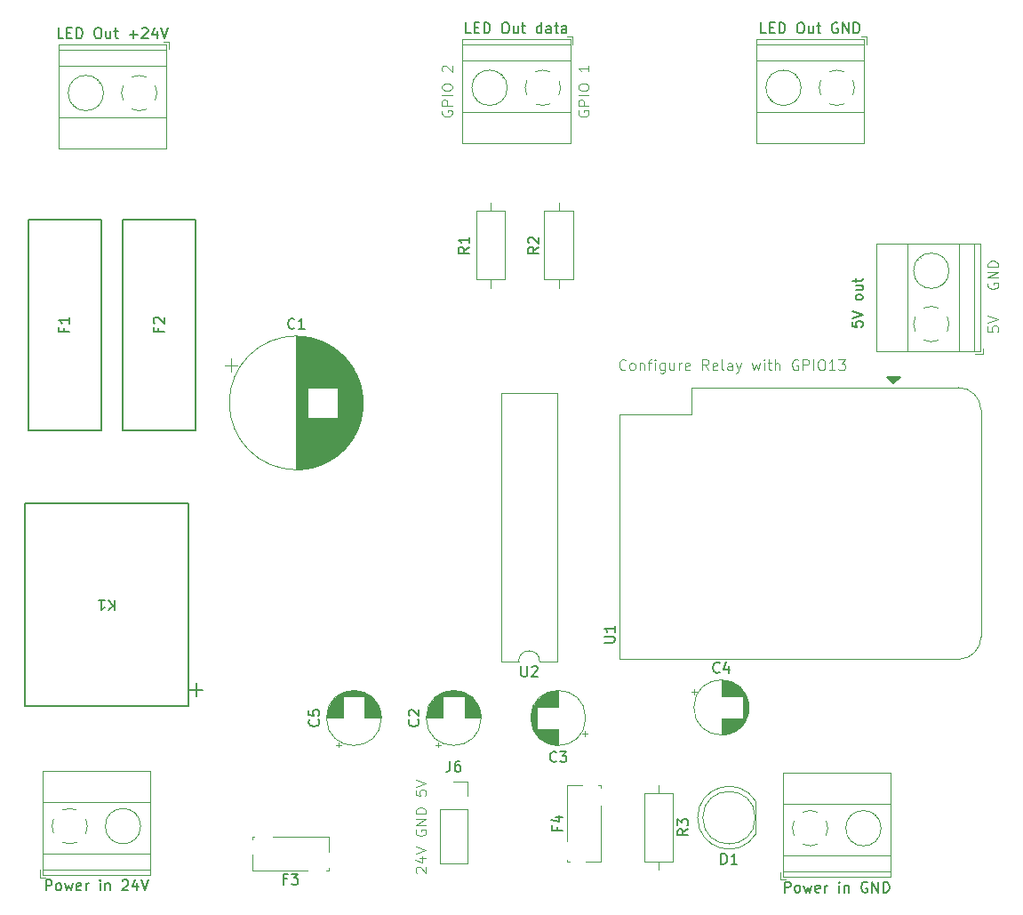
<source format=gbr>
%TF.GenerationSoftware,KiCad,Pcbnew,8.0.6*%
%TF.CreationDate,2025-01-17T19:16:01+01:00*%
%TF.ProjectId,pcb,7063622e-6b69-4636-9164-5f7063625858,rev?*%
%TF.SameCoordinates,Original*%
%TF.FileFunction,Legend,Top*%
%TF.FilePolarity,Positive*%
%FSLAX46Y46*%
G04 Gerber Fmt 4.6, Leading zero omitted, Abs format (unit mm)*
G04 Created by KiCad (PCBNEW 8.0.6) date 2025-01-17 19:16:01*
%MOMM*%
%LPD*%
G01*
G04 APERTURE LIST*
%ADD10C,0.100000*%
%ADD11C,0.150000*%
%ADD12C,0.120000*%
%ADD13C,0.152400*%
%ADD14C,3.200000*%
%ADD15R,1.600000X1.600000*%
%ADD16C,1.600000*%
%ADD17R,2.600000X2.600000*%
%ADD18C,2.600000*%
%ADD19C,2.010000*%
%ADD20O,1.600000X1.600000*%
%ADD21R,2.108200X2.108200*%
%ADD22C,2.108200*%
%ADD23R,1.803400X1.803400*%
%ADD24C,1.803400*%
%ADD25R,2.400000X2.400000*%
%ADD26C,2.400000*%
%ADD27R,1.700000X1.700000*%
%ADD28O,1.700000X1.700000*%
%ADD29R,2.000000X2.000000*%
%ADD30O,1.600000X2.000000*%
%ADD31R,1.800000X1.800000*%
%ADD32C,1.800000*%
G04 APERTURE END LIST*
D10*
X166420038Y-49672306D02*
X166372419Y-49767544D01*
X166372419Y-49767544D02*
X166372419Y-49910401D01*
X166372419Y-49910401D02*
X166420038Y-50053258D01*
X166420038Y-50053258D02*
X166515276Y-50148496D01*
X166515276Y-50148496D02*
X166610514Y-50196115D01*
X166610514Y-50196115D02*
X166800990Y-50243734D01*
X166800990Y-50243734D02*
X166943847Y-50243734D01*
X166943847Y-50243734D02*
X167134323Y-50196115D01*
X167134323Y-50196115D02*
X167229561Y-50148496D01*
X167229561Y-50148496D02*
X167324800Y-50053258D01*
X167324800Y-50053258D02*
X167372419Y-49910401D01*
X167372419Y-49910401D02*
X167372419Y-49815163D01*
X167372419Y-49815163D02*
X167324800Y-49672306D01*
X167324800Y-49672306D02*
X167277180Y-49624687D01*
X167277180Y-49624687D02*
X166943847Y-49624687D01*
X166943847Y-49624687D02*
X166943847Y-49815163D01*
X167372419Y-49196115D02*
X166372419Y-49196115D01*
X166372419Y-49196115D02*
X166372419Y-48815163D01*
X166372419Y-48815163D02*
X166420038Y-48719925D01*
X166420038Y-48719925D02*
X166467657Y-48672306D01*
X166467657Y-48672306D02*
X166562895Y-48624687D01*
X166562895Y-48624687D02*
X166705752Y-48624687D01*
X166705752Y-48624687D02*
X166800990Y-48672306D01*
X166800990Y-48672306D02*
X166848609Y-48719925D01*
X166848609Y-48719925D02*
X166896228Y-48815163D01*
X166896228Y-48815163D02*
X166896228Y-49196115D01*
X167372419Y-48196115D02*
X166372419Y-48196115D01*
X166372419Y-47529449D02*
X166372419Y-47338973D01*
X166372419Y-47338973D02*
X166420038Y-47243735D01*
X166420038Y-47243735D02*
X166515276Y-47148497D01*
X166515276Y-47148497D02*
X166705752Y-47100878D01*
X166705752Y-47100878D02*
X167039085Y-47100878D01*
X167039085Y-47100878D02*
X167229561Y-47148497D01*
X167229561Y-47148497D02*
X167324800Y-47243735D01*
X167324800Y-47243735D02*
X167372419Y-47338973D01*
X167372419Y-47338973D02*
X167372419Y-47529449D01*
X167372419Y-47529449D02*
X167324800Y-47624687D01*
X167324800Y-47624687D02*
X167229561Y-47719925D01*
X167229561Y-47719925D02*
X167039085Y-47767544D01*
X167039085Y-47767544D02*
X166705752Y-47767544D01*
X166705752Y-47767544D02*
X166515276Y-47719925D01*
X166515276Y-47719925D02*
X166420038Y-47624687D01*
X166420038Y-47624687D02*
X166372419Y-47529449D01*
X166467657Y-45958020D02*
X166420038Y-45910401D01*
X166420038Y-45910401D02*
X166372419Y-45815163D01*
X166372419Y-45815163D02*
X166372419Y-45577068D01*
X166372419Y-45577068D02*
X166420038Y-45481830D01*
X166420038Y-45481830D02*
X166467657Y-45434211D01*
X166467657Y-45434211D02*
X166562895Y-45386592D01*
X166562895Y-45386592D02*
X166658133Y-45386592D01*
X166658133Y-45386592D02*
X166800990Y-45434211D01*
X166800990Y-45434211D02*
X167372419Y-46005639D01*
X167372419Y-46005639D02*
X167372419Y-45386592D01*
X179420038Y-49672306D02*
X179372419Y-49767544D01*
X179372419Y-49767544D02*
X179372419Y-49910401D01*
X179372419Y-49910401D02*
X179420038Y-50053258D01*
X179420038Y-50053258D02*
X179515276Y-50148496D01*
X179515276Y-50148496D02*
X179610514Y-50196115D01*
X179610514Y-50196115D02*
X179800990Y-50243734D01*
X179800990Y-50243734D02*
X179943847Y-50243734D01*
X179943847Y-50243734D02*
X180134323Y-50196115D01*
X180134323Y-50196115D02*
X180229561Y-50148496D01*
X180229561Y-50148496D02*
X180324800Y-50053258D01*
X180324800Y-50053258D02*
X180372419Y-49910401D01*
X180372419Y-49910401D02*
X180372419Y-49815163D01*
X180372419Y-49815163D02*
X180324800Y-49672306D01*
X180324800Y-49672306D02*
X180277180Y-49624687D01*
X180277180Y-49624687D02*
X179943847Y-49624687D01*
X179943847Y-49624687D02*
X179943847Y-49815163D01*
X180372419Y-49196115D02*
X179372419Y-49196115D01*
X179372419Y-49196115D02*
X179372419Y-48815163D01*
X179372419Y-48815163D02*
X179420038Y-48719925D01*
X179420038Y-48719925D02*
X179467657Y-48672306D01*
X179467657Y-48672306D02*
X179562895Y-48624687D01*
X179562895Y-48624687D02*
X179705752Y-48624687D01*
X179705752Y-48624687D02*
X179800990Y-48672306D01*
X179800990Y-48672306D02*
X179848609Y-48719925D01*
X179848609Y-48719925D02*
X179896228Y-48815163D01*
X179896228Y-48815163D02*
X179896228Y-49196115D01*
X180372419Y-48196115D02*
X179372419Y-48196115D01*
X179372419Y-47529449D02*
X179372419Y-47338973D01*
X179372419Y-47338973D02*
X179420038Y-47243735D01*
X179420038Y-47243735D02*
X179515276Y-47148497D01*
X179515276Y-47148497D02*
X179705752Y-47100878D01*
X179705752Y-47100878D02*
X180039085Y-47100878D01*
X180039085Y-47100878D02*
X180229561Y-47148497D01*
X180229561Y-47148497D02*
X180324800Y-47243735D01*
X180324800Y-47243735D02*
X180372419Y-47338973D01*
X180372419Y-47338973D02*
X180372419Y-47529449D01*
X180372419Y-47529449D02*
X180324800Y-47624687D01*
X180324800Y-47624687D02*
X180229561Y-47719925D01*
X180229561Y-47719925D02*
X180039085Y-47767544D01*
X180039085Y-47767544D02*
X179705752Y-47767544D01*
X179705752Y-47767544D02*
X179515276Y-47719925D01*
X179515276Y-47719925D02*
X179420038Y-47624687D01*
X179420038Y-47624687D02*
X179372419Y-47529449D01*
X180372419Y-45386592D02*
X180372419Y-45958020D01*
X180372419Y-45672306D02*
X179372419Y-45672306D01*
X179372419Y-45672306D02*
X179515276Y-45767544D01*
X179515276Y-45767544D02*
X179610514Y-45862782D01*
X179610514Y-45862782D02*
X179658133Y-45958020D01*
X183875312Y-74277180D02*
X183827693Y-74324800D01*
X183827693Y-74324800D02*
X183684836Y-74372419D01*
X183684836Y-74372419D02*
X183589598Y-74372419D01*
X183589598Y-74372419D02*
X183446741Y-74324800D01*
X183446741Y-74324800D02*
X183351503Y-74229561D01*
X183351503Y-74229561D02*
X183303884Y-74134323D01*
X183303884Y-74134323D02*
X183256265Y-73943847D01*
X183256265Y-73943847D02*
X183256265Y-73800990D01*
X183256265Y-73800990D02*
X183303884Y-73610514D01*
X183303884Y-73610514D02*
X183351503Y-73515276D01*
X183351503Y-73515276D02*
X183446741Y-73420038D01*
X183446741Y-73420038D02*
X183589598Y-73372419D01*
X183589598Y-73372419D02*
X183684836Y-73372419D01*
X183684836Y-73372419D02*
X183827693Y-73420038D01*
X183827693Y-73420038D02*
X183875312Y-73467657D01*
X184446741Y-74372419D02*
X184351503Y-74324800D01*
X184351503Y-74324800D02*
X184303884Y-74277180D01*
X184303884Y-74277180D02*
X184256265Y-74181942D01*
X184256265Y-74181942D02*
X184256265Y-73896228D01*
X184256265Y-73896228D02*
X184303884Y-73800990D01*
X184303884Y-73800990D02*
X184351503Y-73753371D01*
X184351503Y-73753371D02*
X184446741Y-73705752D01*
X184446741Y-73705752D02*
X184589598Y-73705752D01*
X184589598Y-73705752D02*
X184684836Y-73753371D01*
X184684836Y-73753371D02*
X184732455Y-73800990D01*
X184732455Y-73800990D02*
X184780074Y-73896228D01*
X184780074Y-73896228D02*
X184780074Y-74181942D01*
X184780074Y-74181942D02*
X184732455Y-74277180D01*
X184732455Y-74277180D02*
X184684836Y-74324800D01*
X184684836Y-74324800D02*
X184589598Y-74372419D01*
X184589598Y-74372419D02*
X184446741Y-74372419D01*
X185208646Y-73705752D02*
X185208646Y-74372419D01*
X185208646Y-73800990D02*
X185256265Y-73753371D01*
X185256265Y-73753371D02*
X185351503Y-73705752D01*
X185351503Y-73705752D02*
X185494360Y-73705752D01*
X185494360Y-73705752D02*
X185589598Y-73753371D01*
X185589598Y-73753371D02*
X185637217Y-73848609D01*
X185637217Y-73848609D02*
X185637217Y-74372419D01*
X185970551Y-73705752D02*
X186351503Y-73705752D01*
X186113408Y-74372419D02*
X186113408Y-73515276D01*
X186113408Y-73515276D02*
X186161027Y-73420038D01*
X186161027Y-73420038D02*
X186256265Y-73372419D01*
X186256265Y-73372419D02*
X186351503Y-73372419D01*
X186684837Y-74372419D02*
X186684837Y-73705752D01*
X186684837Y-73372419D02*
X186637218Y-73420038D01*
X186637218Y-73420038D02*
X186684837Y-73467657D01*
X186684837Y-73467657D02*
X186732456Y-73420038D01*
X186732456Y-73420038D02*
X186684837Y-73372419D01*
X186684837Y-73372419D02*
X186684837Y-73467657D01*
X187589598Y-73705752D02*
X187589598Y-74515276D01*
X187589598Y-74515276D02*
X187541979Y-74610514D01*
X187541979Y-74610514D02*
X187494360Y-74658133D01*
X187494360Y-74658133D02*
X187399122Y-74705752D01*
X187399122Y-74705752D02*
X187256265Y-74705752D01*
X187256265Y-74705752D02*
X187161027Y-74658133D01*
X187589598Y-74324800D02*
X187494360Y-74372419D01*
X187494360Y-74372419D02*
X187303884Y-74372419D01*
X187303884Y-74372419D02*
X187208646Y-74324800D01*
X187208646Y-74324800D02*
X187161027Y-74277180D01*
X187161027Y-74277180D02*
X187113408Y-74181942D01*
X187113408Y-74181942D02*
X187113408Y-73896228D01*
X187113408Y-73896228D02*
X187161027Y-73800990D01*
X187161027Y-73800990D02*
X187208646Y-73753371D01*
X187208646Y-73753371D02*
X187303884Y-73705752D01*
X187303884Y-73705752D02*
X187494360Y-73705752D01*
X187494360Y-73705752D02*
X187589598Y-73753371D01*
X188494360Y-73705752D02*
X188494360Y-74372419D01*
X188065789Y-73705752D02*
X188065789Y-74229561D01*
X188065789Y-74229561D02*
X188113408Y-74324800D01*
X188113408Y-74324800D02*
X188208646Y-74372419D01*
X188208646Y-74372419D02*
X188351503Y-74372419D01*
X188351503Y-74372419D02*
X188446741Y-74324800D01*
X188446741Y-74324800D02*
X188494360Y-74277180D01*
X188970551Y-74372419D02*
X188970551Y-73705752D01*
X188970551Y-73896228D02*
X189018170Y-73800990D01*
X189018170Y-73800990D02*
X189065789Y-73753371D01*
X189065789Y-73753371D02*
X189161027Y-73705752D01*
X189161027Y-73705752D02*
X189256265Y-73705752D01*
X189970551Y-74324800D02*
X189875313Y-74372419D01*
X189875313Y-74372419D02*
X189684837Y-74372419D01*
X189684837Y-74372419D02*
X189589599Y-74324800D01*
X189589599Y-74324800D02*
X189541980Y-74229561D01*
X189541980Y-74229561D02*
X189541980Y-73848609D01*
X189541980Y-73848609D02*
X189589599Y-73753371D01*
X189589599Y-73753371D02*
X189684837Y-73705752D01*
X189684837Y-73705752D02*
X189875313Y-73705752D01*
X189875313Y-73705752D02*
X189970551Y-73753371D01*
X189970551Y-73753371D02*
X190018170Y-73848609D01*
X190018170Y-73848609D02*
X190018170Y-73943847D01*
X190018170Y-73943847D02*
X189541980Y-74039085D01*
X191780075Y-74372419D02*
X191446742Y-73896228D01*
X191208647Y-74372419D02*
X191208647Y-73372419D01*
X191208647Y-73372419D02*
X191589599Y-73372419D01*
X191589599Y-73372419D02*
X191684837Y-73420038D01*
X191684837Y-73420038D02*
X191732456Y-73467657D01*
X191732456Y-73467657D02*
X191780075Y-73562895D01*
X191780075Y-73562895D02*
X191780075Y-73705752D01*
X191780075Y-73705752D02*
X191732456Y-73800990D01*
X191732456Y-73800990D02*
X191684837Y-73848609D01*
X191684837Y-73848609D02*
X191589599Y-73896228D01*
X191589599Y-73896228D02*
X191208647Y-73896228D01*
X192589599Y-74324800D02*
X192494361Y-74372419D01*
X192494361Y-74372419D02*
X192303885Y-74372419D01*
X192303885Y-74372419D02*
X192208647Y-74324800D01*
X192208647Y-74324800D02*
X192161028Y-74229561D01*
X192161028Y-74229561D02*
X192161028Y-73848609D01*
X192161028Y-73848609D02*
X192208647Y-73753371D01*
X192208647Y-73753371D02*
X192303885Y-73705752D01*
X192303885Y-73705752D02*
X192494361Y-73705752D01*
X192494361Y-73705752D02*
X192589599Y-73753371D01*
X192589599Y-73753371D02*
X192637218Y-73848609D01*
X192637218Y-73848609D02*
X192637218Y-73943847D01*
X192637218Y-73943847D02*
X192161028Y-74039085D01*
X193208647Y-74372419D02*
X193113409Y-74324800D01*
X193113409Y-74324800D02*
X193065790Y-74229561D01*
X193065790Y-74229561D02*
X193065790Y-73372419D01*
X194018171Y-74372419D02*
X194018171Y-73848609D01*
X194018171Y-73848609D02*
X193970552Y-73753371D01*
X193970552Y-73753371D02*
X193875314Y-73705752D01*
X193875314Y-73705752D02*
X193684838Y-73705752D01*
X193684838Y-73705752D02*
X193589600Y-73753371D01*
X194018171Y-74324800D02*
X193922933Y-74372419D01*
X193922933Y-74372419D02*
X193684838Y-74372419D01*
X193684838Y-74372419D02*
X193589600Y-74324800D01*
X193589600Y-74324800D02*
X193541981Y-74229561D01*
X193541981Y-74229561D02*
X193541981Y-74134323D01*
X193541981Y-74134323D02*
X193589600Y-74039085D01*
X193589600Y-74039085D02*
X193684838Y-73991466D01*
X193684838Y-73991466D02*
X193922933Y-73991466D01*
X193922933Y-73991466D02*
X194018171Y-73943847D01*
X194399124Y-73705752D02*
X194637219Y-74372419D01*
X194875314Y-73705752D02*
X194637219Y-74372419D01*
X194637219Y-74372419D02*
X194541981Y-74610514D01*
X194541981Y-74610514D02*
X194494362Y-74658133D01*
X194494362Y-74658133D02*
X194399124Y-74705752D01*
X195922934Y-73705752D02*
X196113410Y-74372419D01*
X196113410Y-74372419D02*
X196303886Y-73896228D01*
X196303886Y-73896228D02*
X196494362Y-74372419D01*
X196494362Y-74372419D02*
X196684838Y-73705752D01*
X197065791Y-74372419D02*
X197065791Y-73705752D01*
X197065791Y-73372419D02*
X197018172Y-73420038D01*
X197018172Y-73420038D02*
X197065791Y-73467657D01*
X197065791Y-73467657D02*
X197113410Y-73420038D01*
X197113410Y-73420038D02*
X197065791Y-73372419D01*
X197065791Y-73372419D02*
X197065791Y-73467657D01*
X197399124Y-73705752D02*
X197780076Y-73705752D01*
X197541981Y-73372419D02*
X197541981Y-74229561D01*
X197541981Y-74229561D02*
X197589600Y-74324800D01*
X197589600Y-74324800D02*
X197684838Y-74372419D01*
X197684838Y-74372419D02*
X197780076Y-74372419D01*
X198113410Y-74372419D02*
X198113410Y-73372419D01*
X198541981Y-74372419D02*
X198541981Y-73848609D01*
X198541981Y-73848609D02*
X198494362Y-73753371D01*
X198494362Y-73753371D02*
X198399124Y-73705752D01*
X198399124Y-73705752D02*
X198256267Y-73705752D01*
X198256267Y-73705752D02*
X198161029Y-73753371D01*
X198161029Y-73753371D02*
X198113410Y-73800990D01*
X200303886Y-73420038D02*
X200208648Y-73372419D01*
X200208648Y-73372419D02*
X200065791Y-73372419D01*
X200065791Y-73372419D02*
X199922934Y-73420038D01*
X199922934Y-73420038D02*
X199827696Y-73515276D01*
X199827696Y-73515276D02*
X199780077Y-73610514D01*
X199780077Y-73610514D02*
X199732458Y-73800990D01*
X199732458Y-73800990D02*
X199732458Y-73943847D01*
X199732458Y-73943847D02*
X199780077Y-74134323D01*
X199780077Y-74134323D02*
X199827696Y-74229561D01*
X199827696Y-74229561D02*
X199922934Y-74324800D01*
X199922934Y-74324800D02*
X200065791Y-74372419D01*
X200065791Y-74372419D02*
X200161029Y-74372419D01*
X200161029Y-74372419D02*
X200303886Y-74324800D01*
X200303886Y-74324800D02*
X200351505Y-74277180D01*
X200351505Y-74277180D02*
X200351505Y-73943847D01*
X200351505Y-73943847D02*
X200161029Y-73943847D01*
X200780077Y-74372419D02*
X200780077Y-73372419D01*
X200780077Y-73372419D02*
X201161029Y-73372419D01*
X201161029Y-73372419D02*
X201256267Y-73420038D01*
X201256267Y-73420038D02*
X201303886Y-73467657D01*
X201303886Y-73467657D02*
X201351505Y-73562895D01*
X201351505Y-73562895D02*
X201351505Y-73705752D01*
X201351505Y-73705752D02*
X201303886Y-73800990D01*
X201303886Y-73800990D02*
X201256267Y-73848609D01*
X201256267Y-73848609D02*
X201161029Y-73896228D01*
X201161029Y-73896228D02*
X200780077Y-73896228D01*
X201780077Y-74372419D02*
X201780077Y-73372419D01*
X202446743Y-73372419D02*
X202637219Y-73372419D01*
X202637219Y-73372419D02*
X202732457Y-73420038D01*
X202732457Y-73420038D02*
X202827695Y-73515276D01*
X202827695Y-73515276D02*
X202875314Y-73705752D01*
X202875314Y-73705752D02*
X202875314Y-74039085D01*
X202875314Y-74039085D02*
X202827695Y-74229561D01*
X202827695Y-74229561D02*
X202732457Y-74324800D01*
X202732457Y-74324800D02*
X202637219Y-74372419D01*
X202637219Y-74372419D02*
X202446743Y-74372419D01*
X202446743Y-74372419D02*
X202351505Y-74324800D01*
X202351505Y-74324800D02*
X202256267Y-74229561D01*
X202256267Y-74229561D02*
X202208648Y-74039085D01*
X202208648Y-74039085D02*
X202208648Y-73705752D01*
X202208648Y-73705752D02*
X202256267Y-73515276D01*
X202256267Y-73515276D02*
X202351505Y-73420038D01*
X202351505Y-73420038D02*
X202446743Y-73372419D01*
X203827695Y-74372419D02*
X203256267Y-74372419D01*
X203541981Y-74372419D02*
X203541981Y-73372419D01*
X203541981Y-73372419D02*
X203446743Y-73515276D01*
X203446743Y-73515276D02*
X203351505Y-73610514D01*
X203351505Y-73610514D02*
X203256267Y-73658133D01*
X204161029Y-73372419D02*
X204780076Y-73372419D01*
X204780076Y-73372419D02*
X204446743Y-73753371D01*
X204446743Y-73753371D02*
X204589600Y-73753371D01*
X204589600Y-73753371D02*
X204684838Y-73800990D01*
X204684838Y-73800990D02*
X204732457Y-73848609D01*
X204732457Y-73848609D02*
X204780076Y-73943847D01*
X204780076Y-73943847D02*
X204780076Y-74181942D01*
X204780076Y-74181942D02*
X204732457Y-74277180D01*
X204732457Y-74277180D02*
X204684838Y-74324800D01*
X204684838Y-74324800D02*
X204589600Y-74372419D01*
X204589600Y-74372419D02*
X204303886Y-74372419D01*
X204303886Y-74372419D02*
X204208648Y-74324800D01*
X204208648Y-74324800D02*
X204161029Y-74277180D01*
X218372419Y-70219925D02*
X218372419Y-70696115D01*
X218372419Y-70696115D02*
X218848609Y-70743734D01*
X218848609Y-70743734D02*
X218800990Y-70696115D01*
X218800990Y-70696115D02*
X218753371Y-70600877D01*
X218753371Y-70600877D02*
X218753371Y-70362782D01*
X218753371Y-70362782D02*
X218800990Y-70267544D01*
X218800990Y-70267544D02*
X218848609Y-70219925D01*
X218848609Y-70219925D02*
X218943847Y-70172306D01*
X218943847Y-70172306D02*
X219181942Y-70172306D01*
X219181942Y-70172306D02*
X219277180Y-70219925D01*
X219277180Y-70219925D02*
X219324800Y-70267544D01*
X219324800Y-70267544D02*
X219372419Y-70362782D01*
X219372419Y-70362782D02*
X219372419Y-70600877D01*
X219372419Y-70600877D02*
X219324800Y-70696115D01*
X219324800Y-70696115D02*
X219277180Y-70743734D01*
X218372419Y-69886591D02*
X219372419Y-69553258D01*
X219372419Y-69553258D02*
X218372419Y-69219925D01*
X218420038Y-66077067D02*
X218372419Y-66172305D01*
X218372419Y-66172305D02*
X218372419Y-66315162D01*
X218372419Y-66315162D02*
X218420038Y-66458019D01*
X218420038Y-66458019D02*
X218515276Y-66553257D01*
X218515276Y-66553257D02*
X218610514Y-66600876D01*
X218610514Y-66600876D02*
X218800990Y-66648495D01*
X218800990Y-66648495D02*
X218943847Y-66648495D01*
X218943847Y-66648495D02*
X219134323Y-66600876D01*
X219134323Y-66600876D02*
X219229561Y-66553257D01*
X219229561Y-66553257D02*
X219324800Y-66458019D01*
X219324800Y-66458019D02*
X219372419Y-66315162D01*
X219372419Y-66315162D02*
X219372419Y-66219924D01*
X219372419Y-66219924D02*
X219324800Y-66077067D01*
X219324800Y-66077067D02*
X219277180Y-66029448D01*
X219277180Y-66029448D02*
X218943847Y-66029448D01*
X218943847Y-66029448D02*
X218943847Y-66219924D01*
X219372419Y-65600876D02*
X218372419Y-65600876D01*
X218372419Y-65600876D02*
X219372419Y-65029448D01*
X219372419Y-65029448D02*
X218372419Y-65029448D01*
X219372419Y-64553257D02*
X218372419Y-64553257D01*
X218372419Y-64553257D02*
X218372419Y-64315162D01*
X218372419Y-64315162D02*
X218420038Y-64172305D01*
X218420038Y-64172305D02*
X218515276Y-64077067D01*
X218515276Y-64077067D02*
X218610514Y-64029448D01*
X218610514Y-64029448D02*
X218800990Y-63981829D01*
X218800990Y-63981829D02*
X218943847Y-63981829D01*
X218943847Y-63981829D02*
X219134323Y-64029448D01*
X219134323Y-64029448D02*
X219229561Y-64077067D01*
X219229561Y-64077067D02*
X219324800Y-64172305D01*
X219324800Y-64172305D02*
X219372419Y-64315162D01*
X219372419Y-64315162D02*
X219372419Y-64553257D01*
X163967657Y-122243734D02*
X163920038Y-122196115D01*
X163920038Y-122196115D02*
X163872419Y-122100877D01*
X163872419Y-122100877D02*
X163872419Y-121862782D01*
X163872419Y-121862782D02*
X163920038Y-121767544D01*
X163920038Y-121767544D02*
X163967657Y-121719925D01*
X163967657Y-121719925D02*
X164062895Y-121672306D01*
X164062895Y-121672306D02*
X164158133Y-121672306D01*
X164158133Y-121672306D02*
X164300990Y-121719925D01*
X164300990Y-121719925D02*
X164872419Y-122291353D01*
X164872419Y-122291353D02*
X164872419Y-121672306D01*
X164205752Y-120815163D02*
X164872419Y-120815163D01*
X163824800Y-121053258D02*
X164539085Y-121291353D01*
X164539085Y-121291353D02*
X164539085Y-120672306D01*
X163872419Y-120434210D02*
X164872419Y-120100877D01*
X164872419Y-120100877D02*
X163872419Y-119767544D01*
X163920038Y-118148496D02*
X163872419Y-118243734D01*
X163872419Y-118243734D02*
X163872419Y-118386591D01*
X163872419Y-118386591D02*
X163920038Y-118529448D01*
X163920038Y-118529448D02*
X164015276Y-118624686D01*
X164015276Y-118624686D02*
X164110514Y-118672305D01*
X164110514Y-118672305D02*
X164300990Y-118719924D01*
X164300990Y-118719924D02*
X164443847Y-118719924D01*
X164443847Y-118719924D02*
X164634323Y-118672305D01*
X164634323Y-118672305D02*
X164729561Y-118624686D01*
X164729561Y-118624686D02*
X164824800Y-118529448D01*
X164824800Y-118529448D02*
X164872419Y-118386591D01*
X164872419Y-118386591D02*
X164872419Y-118291353D01*
X164872419Y-118291353D02*
X164824800Y-118148496D01*
X164824800Y-118148496D02*
X164777180Y-118100877D01*
X164777180Y-118100877D02*
X164443847Y-118100877D01*
X164443847Y-118100877D02*
X164443847Y-118291353D01*
X164872419Y-117672305D02*
X163872419Y-117672305D01*
X163872419Y-117672305D02*
X164872419Y-117100877D01*
X164872419Y-117100877D02*
X163872419Y-117100877D01*
X164872419Y-116624686D02*
X163872419Y-116624686D01*
X163872419Y-116624686D02*
X163872419Y-116386591D01*
X163872419Y-116386591D02*
X163920038Y-116243734D01*
X163920038Y-116243734D02*
X164015276Y-116148496D01*
X164015276Y-116148496D02*
X164110514Y-116100877D01*
X164110514Y-116100877D02*
X164300990Y-116053258D01*
X164300990Y-116053258D02*
X164443847Y-116053258D01*
X164443847Y-116053258D02*
X164634323Y-116100877D01*
X164634323Y-116100877D02*
X164729561Y-116148496D01*
X164729561Y-116148496D02*
X164824800Y-116243734D01*
X164824800Y-116243734D02*
X164872419Y-116386591D01*
X164872419Y-116386591D02*
X164872419Y-116624686D01*
X163872419Y-114386591D02*
X163872419Y-114862781D01*
X163872419Y-114862781D02*
X164348609Y-114910400D01*
X164348609Y-114910400D02*
X164300990Y-114862781D01*
X164300990Y-114862781D02*
X164253371Y-114767543D01*
X164253371Y-114767543D02*
X164253371Y-114529448D01*
X164253371Y-114529448D02*
X164300990Y-114434210D01*
X164300990Y-114434210D02*
X164348609Y-114386591D01*
X164348609Y-114386591D02*
X164443847Y-114338972D01*
X164443847Y-114338972D02*
X164681942Y-114338972D01*
X164681942Y-114338972D02*
X164777180Y-114386591D01*
X164777180Y-114386591D02*
X164824800Y-114434210D01*
X164824800Y-114434210D02*
X164872419Y-114529448D01*
X164872419Y-114529448D02*
X164872419Y-114767543D01*
X164872419Y-114767543D02*
X164824800Y-114862781D01*
X164824800Y-114862781D02*
X164777180Y-114910400D01*
X163872419Y-114053257D02*
X164872419Y-113719924D01*
X164872419Y-113719924D02*
X163872419Y-113386591D01*
D11*
X192833333Y-103109580D02*
X192785714Y-103157200D01*
X192785714Y-103157200D02*
X192642857Y-103204819D01*
X192642857Y-103204819D02*
X192547619Y-103204819D01*
X192547619Y-103204819D02*
X192404762Y-103157200D01*
X192404762Y-103157200D02*
X192309524Y-103061961D01*
X192309524Y-103061961D02*
X192261905Y-102966723D01*
X192261905Y-102966723D02*
X192214286Y-102776247D01*
X192214286Y-102776247D02*
X192214286Y-102633390D01*
X192214286Y-102633390D02*
X192261905Y-102442914D01*
X192261905Y-102442914D02*
X192309524Y-102347676D01*
X192309524Y-102347676D02*
X192404762Y-102252438D01*
X192404762Y-102252438D02*
X192547619Y-102204819D01*
X192547619Y-102204819D02*
X192642857Y-102204819D01*
X192642857Y-102204819D02*
X192785714Y-102252438D01*
X192785714Y-102252438D02*
X192833333Y-102300057D01*
X193690476Y-102538152D02*
X193690476Y-103204819D01*
X193452381Y-102157200D02*
X193214286Y-102871485D01*
X193214286Y-102871485D02*
X193833333Y-102871485D01*
X205454819Y-69761905D02*
X205454819Y-70238095D01*
X205454819Y-70238095D02*
X205931009Y-70285714D01*
X205931009Y-70285714D02*
X205883390Y-70238095D01*
X205883390Y-70238095D02*
X205835771Y-70142857D01*
X205835771Y-70142857D02*
X205835771Y-69904762D01*
X205835771Y-69904762D02*
X205883390Y-69809524D01*
X205883390Y-69809524D02*
X205931009Y-69761905D01*
X205931009Y-69761905D02*
X206026247Y-69714286D01*
X206026247Y-69714286D02*
X206264342Y-69714286D01*
X206264342Y-69714286D02*
X206359580Y-69761905D01*
X206359580Y-69761905D02*
X206407200Y-69809524D01*
X206407200Y-69809524D02*
X206454819Y-69904762D01*
X206454819Y-69904762D02*
X206454819Y-70142857D01*
X206454819Y-70142857D02*
X206407200Y-70238095D01*
X206407200Y-70238095D02*
X206359580Y-70285714D01*
X205454819Y-69428571D02*
X206454819Y-69095238D01*
X206454819Y-69095238D02*
X205454819Y-68761905D01*
X206454819Y-67523809D02*
X206407200Y-67619047D01*
X206407200Y-67619047D02*
X206359580Y-67666666D01*
X206359580Y-67666666D02*
X206264342Y-67714285D01*
X206264342Y-67714285D02*
X205978628Y-67714285D01*
X205978628Y-67714285D02*
X205883390Y-67666666D01*
X205883390Y-67666666D02*
X205835771Y-67619047D01*
X205835771Y-67619047D02*
X205788152Y-67523809D01*
X205788152Y-67523809D02*
X205788152Y-67380952D01*
X205788152Y-67380952D02*
X205835771Y-67285714D01*
X205835771Y-67285714D02*
X205883390Y-67238095D01*
X205883390Y-67238095D02*
X205978628Y-67190476D01*
X205978628Y-67190476D02*
X206264342Y-67190476D01*
X206264342Y-67190476D02*
X206359580Y-67238095D01*
X206359580Y-67238095D02*
X206407200Y-67285714D01*
X206407200Y-67285714D02*
X206454819Y-67380952D01*
X206454819Y-67380952D02*
X206454819Y-67523809D01*
X205788152Y-66333333D02*
X206454819Y-66333333D01*
X205788152Y-66761904D02*
X206311961Y-66761904D01*
X206311961Y-66761904D02*
X206407200Y-66714285D01*
X206407200Y-66714285D02*
X206454819Y-66619047D01*
X206454819Y-66619047D02*
X206454819Y-66476190D01*
X206454819Y-66476190D02*
X206407200Y-66380952D01*
X206407200Y-66380952D02*
X206359580Y-66333333D01*
X205788152Y-65999999D02*
X205788152Y-65619047D01*
X205454819Y-65857142D02*
X206311961Y-65857142D01*
X206311961Y-65857142D02*
X206407200Y-65809523D01*
X206407200Y-65809523D02*
X206454819Y-65714285D01*
X206454819Y-65714285D02*
X206454819Y-65619047D01*
X130338332Y-42794819D02*
X129862142Y-42794819D01*
X129862142Y-42794819D02*
X129862142Y-41794819D01*
X130671666Y-42271009D02*
X131004999Y-42271009D01*
X131147856Y-42794819D02*
X130671666Y-42794819D01*
X130671666Y-42794819D02*
X130671666Y-41794819D01*
X130671666Y-41794819D02*
X131147856Y-41794819D01*
X131576428Y-42794819D02*
X131576428Y-41794819D01*
X131576428Y-41794819D02*
X131814523Y-41794819D01*
X131814523Y-41794819D02*
X131957380Y-41842438D01*
X131957380Y-41842438D02*
X132052618Y-41937676D01*
X132052618Y-41937676D02*
X132100237Y-42032914D01*
X132100237Y-42032914D02*
X132147856Y-42223390D01*
X132147856Y-42223390D02*
X132147856Y-42366247D01*
X132147856Y-42366247D02*
X132100237Y-42556723D01*
X132100237Y-42556723D02*
X132052618Y-42651961D01*
X132052618Y-42651961D02*
X131957380Y-42747200D01*
X131957380Y-42747200D02*
X131814523Y-42794819D01*
X131814523Y-42794819D02*
X131576428Y-42794819D01*
X133528809Y-41794819D02*
X133719285Y-41794819D01*
X133719285Y-41794819D02*
X133814523Y-41842438D01*
X133814523Y-41842438D02*
X133909761Y-41937676D01*
X133909761Y-41937676D02*
X133957380Y-42128152D01*
X133957380Y-42128152D02*
X133957380Y-42461485D01*
X133957380Y-42461485D02*
X133909761Y-42651961D01*
X133909761Y-42651961D02*
X133814523Y-42747200D01*
X133814523Y-42747200D02*
X133719285Y-42794819D01*
X133719285Y-42794819D02*
X133528809Y-42794819D01*
X133528809Y-42794819D02*
X133433571Y-42747200D01*
X133433571Y-42747200D02*
X133338333Y-42651961D01*
X133338333Y-42651961D02*
X133290714Y-42461485D01*
X133290714Y-42461485D02*
X133290714Y-42128152D01*
X133290714Y-42128152D02*
X133338333Y-41937676D01*
X133338333Y-41937676D02*
X133433571Y-41842438D01*
X133433571Y-41842438D02*
X133528809Y-41794819D01*
X134814523Y-42128152D02*
X134814523Y-42794819D01*
X134385952Y-42128152D02*
X134385952Y-42651961D01*
X134385952Y-42651961D02*
X134433571Y-42747200D01*
X134433571Y-42747200D02*
X134528809Y-42794819D01*
X134528809Y-42794819D02*
X134671666Y-42794819D01*
X134671666Y-42794819D02*
X134766904Y-42747200D01*
X134766904Y-42747200D02*
X134814523Y-42699580D01*
X135147857Y-42128152D02*
X135528809Y-42128152D01*
X135290714Y-41794819D02*
X135290714Y-42651961D01*
X135290714Y-42651961D02*
X135338333Y-42747200D01*
X135338333Y-42747200D02*
X135433571Y-42794819D01*
X135433571Y-42794819D02*
X135528809Y-42794819D01*
X136624048Y-42413866D02*
X137385953Y-42413866D01*
X137005000Y-42794819D02*
X137005000Y-42032914D01*
X137814524Y-41890057D02*
X137862143Y-41842438D01*
X137862143Y-41842438D02*
X137957381Y-41794819D01*
X137957381Y-41794819D02*
X138195476Y-41794819D01*
X138195476Y-41794819D02*
X138290714Y-41842438D01*
X138290714Y-41842438D02*
X138338333Y-41890057D01*
X138338333Y-41890057D02*
X138385952Y-41985295D01*
X138385952Y-41985295D02*
X138385952Y-42080533D01*
X138385952Y-42080533D02*
X138338333Y-42223390D01*
X138338333Y-42223390D02*
X137766905Y-42794819D01*
X137766905Y-42794819D02*
X138385952Y-42794819D01*
X139243095Y-42128152D02*
X139243095Y-42794819D01*
X139005000Y-41747200D02*
X138766905Y-42461485D01*
X138766905Y-42461485D02*
X139385952Y-42461485D01*
X139624048Y-41794819D02*
X139957381Y-42794819D01*
X139957381Y-42794819D02*
X140290714Y-41794819D01*
X197269523Y-42294819D02*
X196793333Y-42294819D01*
X196793333Y-42294819D02*
X196793333Y-41294819D01*
X197602857Y-41771009D02*
X197936190Y-41771009D01*
X198079047Y-42294819D02*
X197602857Y-42294819D01*
X197602857Y-42294819D02*
X197602857Y-41294819D01*
X197602857Y-41294819D02*
X198079047Y-41294819D01*
X198507619Y-42294819D02*
X198507619Y-41294819D01*
X198507619Y-41294819D02*
X198745714Y-41294819D01*
X198745714Y-41294819D02*
X198888571Y-41342438D01*
X198888571Y-41342438D02*
X198983809Y-41437676D01*
X198983809Y-41437676D02*
X199031428Y-41532914D01*
X199031428Y-41532914D02*
X199079047Y-41723390D01*
X199079047Y-41723390D02*
X199079047Y-41866247D01*
X199079047Y-41866247D02*
X199031428Y-42056723D01*
X199031428Y-42056723D02*
X198983809Y-42151961D01*
X198983809Y-42151961D02*
X198888571Y-42247200D01*
X198888571Y-42247200D02*
X198745714Y-42294819D01*
X198745714Y-42294819D02*
X198507619Y-42294819D01*
X200460000Y-41294819D02*
X200650476Y-41294819D01*
X200650476Y-41294819D02*
X200745714Y-41342438D01*
X200745714Y-41342438D02*
X200840952Y-41437676D01*
X200840952Y-41437676D02*
X200888571Y-41628152D01*
X200888571Y-41628152D02*
X200888571Y-41961485D01*
X200888571Y-41961485D02*
X200840952Y-42151961D01*
X200840952Y-42151961D02*
X200745714Y-42247200D01*
X200745714Y-42247200D02*
X200650476Y-42294819D01*
X200650476Y-42294819D02*
X200460000Y-42294819D01*
X200460000Y-42294819D02*
X200364762Y-42247200D01*
X200364762Y-42247200D02*
X200269524Y-42151961D01*
X200269524Y-42151961D02*
X200221905Y-41961485D01*
X200221905Y-41961485D02*
X200221905Y-41628152D01*
X200221905Y-41628152D02*
X200269524Y-41437676D01*
X200269524Y-41437676D02*
X200364762Y-41342438D01*
X200364762Y-41342438D02*
X200460000Y-41294819D01*
X201745714Y-41628152D02*
X201745714Y-42294819D01*
X201317143Y-41628152D02*
X201317143Y-42151961D01*
X201317143Y-42151961D02*
X201364762Y-42247200D01*
X201364762Y-42247200D02*
X201460000Y-42294819D01*
X201460000Y-42294819D02*
X201602857Y-42294819D01*
X201602857Y-42294819D02*
X201698095Y-42247200D01*
X201698095Y-42247200D02*
X201745714Y-42199580D01*
X202079048Y-41628152D02*
X202460000Y-41628152D01*
X202221905Y-41294819D02*
X202221905Y-42151961D01*
X202221905Y-42151961D02*
X202269524Y-42247200D01*
X202269524Y-42247200D02*
X202364762Y-42294819D01*
X202364762Y-42294819D02*
X202460000Y-42294819D01*
X204079048Y-41342438D02*
X203983810Y-41294819D01*
X203983810Y-41294819D02*
X203840953Y-41294819D01*
X203840953Y-41294819D02*
X203698096Y-41342438D01*
X203698096Y-41342438D02*
X203602858Y-41437676D01*
X203602858Y-41437676D02*
X203555239Y-41532914D01*
X203555239Y-41532914D02*
X203507620Y-41723390D01*
X203507620Y-41723390D02*
X203507620Y-41866247D01*
X203507620Y-41866247D02*
X203555239Y-42056723D01*
X203555239Y-42056723D02*
X203602858Y-42151961D01*
X203602858Y-42151961D02*
X203698096Y-42247200D01*
X203698096Y-42247200D02*
X203840953Y-42294819D01*
X203840953Y-42294819D02*
X203936191Y-42294819D01*
X203936191Y-42294819D02*
X204079048Y-42247200D01*
X204079048Y-42247200D02*
X204126667Y-42199580D01*
X204126667Y-42199580D02*
X204126667Y-41866247D01*
X204126667Y-41866247D02*
X203936191Y-41866247D01*
X204555239Y-42294819D02*
X204555239Y-41294819D01*
X204555239Y-41294819D02*
X205126667Y-42294819D01*
X205126667Y-42294819D02*
X205126667Y-41294819D01*
X205602858Y-42294819D02*
X205602858Y-41294819D01*
X205602858Y-41294819D02*
X205840953Y-41294819D01*
X205840953Y-41294819D02*
X205983810Y-41342438D01*
X205983810Y-41342438D02*
X206079048Y-41437676D01*
X206079048Y-41437676D02*
X206126667Y-41532914D01*
X206126667Y-41532914D02*
X206174286Y-41723390D01*
X206174286Y-41723390D02*
X206174286Y-41866247D01*
X206174286Y-41866247D02*
X206126667Y-42056723D01*
X206126667Y-42056723D02*
X206079048Y-42151961D01*
X206079048Y-42151961D02*
X205983810Y-42247200D01*
X205983810Y-42247200D02*
X205840953Y-42294819D01*
X205840953Y-42294819D02*
X205602858Y-42294819D01*
X151616666Y-122831009D02*
X151283333Y-122831009D01*
X151283333Y-123354819D02*
X151283333Y-122354819D01*
X151283333Y-122354819D02*
X151759523Y-122354819D01*
X152045238Y-122354819D02*
X152664285Y-122354819D01*
X152664285Y-122354819D02*
X152330952Y-122735771D01*
X152330952Y-122735771D02*
X152473809Y-122735771D01*
X152473809Y-122735771D02*
X152569047Y-122783390D01*
X152569047Y-122783390D02*
X152616666Y-122831009D01*
X152616666Y-122831009D02*
X152664285Y-122926247D01*
X152664285Y-122926247D02*
X152664285Y-123164342D01*
X152664285Y-123164342D02*
X152616666Y-123259580D01*
X152616666Y-123259580D02*
X152569047Y-123307200D01*
X152569047Y-123307200D02*
X152473809Y-123354819D01*
X152473809Y-123354819D02*
X152188095Y-123354819D01*
X152188095Y-123354819D02*
X152092857Y-123307200D01*
X152092857Y-123307200D02*
X152045238Y-123259580D01*
X189824819Y-118086666D02*
X189348628Y-118419999D01*
X189824819Y-118658094D02*
X188824819Y-118658094D01*
X188824819Y-118658094D02*
X188824819Y-118277142D01*
X188824819Y-118277142D02*
X188872438Y-118181904D01*
X188872438Y-118181904D02*
X188920057Y-118134285D01*
X188920057Y-118134285D02*
X189015295Y-118086666D01*
X189015295Y-118086666D02*
X189158152Y-118086666D01*
X189158152Y-118086666D02*
X189253390Y-118134285D01*
X189253390Y-118134285D02*
X189301009Y-118181904D01*
X189301009Y-118181904D02*
X189348628Y-118277142D01*
X189348628Y-118277142D02*
X189348628Y-118658094D01*
X188824819Y-117753332D02*
X188824819Y-117134285D01*
X188824819Y-117134285D02*
X189205771Y-117467618D01*
X189205771Y-117467618D02*
X189205771Y-117324761D01*
X189205771Y-117324761D02*
X189253390Y-117229523D01*
X189253390Y-117229523D02*
X189301009Y-117181904D01*
X189301009Y-117181904D02*
X189396247Y-117134285D01*
X189396247Y-117134285D02*
X189634342Y-117134285D01*
X189634342Y-117134285D02*
X189729580Y-117181904D01*
X189729580Y-117181904D02*
X189777200Y-117229523D01*
X189777200Y-117229523D02*
X189824819Y-117324761D01*
X189824819Y-117324761D02*
X189824819Y-117610475D01*
X189824819Y-117610475D02*
X189777200Y-117705713D01*
X189777200Y-117705713D02*
X189729580Y-117753332D01*
X139386009Y-70407333D02*
X139386009Y-70740666D01*
X139909819Y-70740666D02*
X138909819Y-70740666D01*
X138909819Y-70740666D02*
X138909819Y-70264476D01*
X139005057Y-69931142D02*
X138957438Y-69883523D01*
X138957438Y-69883523D02*
X138909819Y-69788285D01*
X138909819Y-69788285D02*
X138909819Y-69550190D01*
X138909819Y-69550190D02*
X138957438Y-69454952D01*
X138957438Y-69454952D02*
X139005057Y-69407333D01*
X139005057Y-69407333D02*
X139100295Y-69359714D01*
X139100295Y-69359714D02*
X139195533Y-69359714D01*
X139195533Y-69359714D02*
X139338390Y-69407333D01*
X139338390Y-69407333D02*
X139909819Y-69978761D01*
X139909819Y-69978761D02*
X139909819Y-69359714D01*
X135193095Y-96250581D02*
X135193095Y-97250581D01*
X134621667Y-96250581D02*
X135050238Y-96822010D01*
X134621667Y-97250581D02*
X135193095Y-96679153D01*
X133669286Y-96250581D02*
X134240714Y-96250581D01*
X133955000Y-96250581D02*
X133955000Y-97250581D01*
X133955000Y-97250581D02*
X134050238Y-97107724D01*
X134050238Y-97107724D02*
X134145476Y-97012486D01*
X134145476Y-97012486D02*
X134240714Y-96964867D01*
X168954819Y-62666666D02*
X168478628Y-62999999D01*
X168954819Y-63238094D02*
X167954819Y-63238094D01*
X167954819Y-63238094D02*
X167954819Y-62857142D01*
X167954819Y-62857142D02*
X168002438Y-62761904D01*
X168002438Y-62761904D02*
X168050057Y-62714285D01*
X168050057Y-62714285D02*
X168145295Y-62666666D01*
X168145295Y-62666666D02*
X168288152Y-62666666D01*
X168288152Y-62666666D02*
X168383390Y-62714285D01*
X168383390Y-62714285D02*
X168431009Y-62761904D01*
X168431009Y-62761904D02*
X168478628Y-62857142D01*
X168478628Y-62857142D02*
X168478628Y-63238094D01*
X168954819Y-61714285D02*
X168954819Y-62285713D01*
X168954819Y-61999999D02*
X167954819Y-61999999D01*
X167954819Y-61999999D02*
X168097676Y-62095237D01*
X168097676Y-62095237D02*
X168192914Y-62190475D01*
X168192914Y-62190475D02*
X168240533Y-62285713D01*
X177331009Y-117883333D02*
X177331009Y-118216666D01*
X177854819Y-118216666D02*
X176854819Y-118216666D01*
X176854819Y-118216666D02*
X176854819Y-117740476D01*
X177188152Y-116930952D02*
X177854819Y-116930952D01*
X176807200Y-117169047D02*
X177521485Y-117407142D01*
X177521485Y-117407142D02*
X177521485Y-116788095D01*
X164109580Y-107666666D02*
X164157200Y-107714285D01*
X164157200Y-107714285D02*
X164204819Y-107857142D01*
X164204819Y-107857142D02*
X164204819Y-107952380D01*
X164204819Y-107952380D02*
X164157200Y-108095237D01*
X164157200Y-108095237D02*
X164061961Y-108190475D01*
X164061961Y-108190475D02*
X163966723Y-108238094D01*
X163966723Y-108238094D02*
X163776247Y-108285713D01*
X163776247Y-108285713D02*
X163633390Y-108285713D01*
X163633390Y-108285713D02*
X163442914Y-108238094D01*
X163442914Y-108238094D02*
X163347676Y-108190475D01*
X163347676Y-108190475D02*
X163252438Y-108095237D01*
X163252438Y-108095237D02*
X163204819Y-107952380D01*
X163204819Y-107952380D02*
X163204819Y-107857142D01*
X163204819Y-107857142D02*
X163252438Y-107714285D01*
X163252438Y-107714285D02*
X163300057Y-107666666D01*
X163300057Y-107285713D02*
X163252438Y-107238094D01*
X163252438Y-107238094D02*
X163204819Y-107142856D01*
X163204819Y-107142856D02*
X163204819Y-106904761D01*
X163204819Y-106904761D02*
X163252438Y-106809523D01*
X163252438Y-106809523D02*
X163300057Y-106761904D01*
X163300057Y-106761904D02*
X163395295Y-106714285D01*
X163395295Y-106714285D02*
X163490533Y-106714285D01*
X163490533Y-106714285D02*
X163633390Y-106761904D01*
X163633390Y-106761904D02*
X164204819Y-107333332D01*
X164204819Y-107333332D02*
X164204819Y-106714285D01*
X152333333Y-70359580D02*
X152285714Y-70407200D01*
X152285714Y-70407200D02*
X152142857Y-70454819D01*
X152142857Y-70454819D02*
X152047619Y-70454819D01*
X152047619Y-70454819D02*
X151904762Y-70407200D01*
X151904762Y-70407200D02*
X151809524Y-70311961D01*
X151809524Y-70311961D02*
X151761905Y-70216723D01*
X151761905Y-70216723D02*
X151714286Y-70026247D01*
X151714286Y-70026247D02*
X151714286Y-69883390D01*
X151714286Y-69883390D02*
X151761905Y-69692914D01*
X151761905Y-69692914D02*
X151809524Y-69597676D01*
X151809524Y-69597676D02*
X151904762Y-69502438D01*
X151904762Y-69502438D02*
X152047619Y-69454819D01*
X152047619Y-69454819D02*
X152142857Y-69454819D01*
X152142857Y-69454819D02*
X152285714Y-69502438D01*
X152285714Y-69502438D02*
X152333333Y-69550057D01*
X153285714Y-70454819D02*
X152714286Y-70454819D01*
X153000000Y-70454819D02*
X153000000Y-69454819D01*
X153000000Y-69454819D02*
X152904762Y-69597676D01*
X152904762Y-69597676D02*
X152809524Y-69692914D01*
X152809524Y-69692914D02*
X152714286Y-69740533D01*
X175584819Y-62666666D02*
X175108628Y-62999999D01*
X175584819Y-63238094D02*
X174584819Y-63238094D01*
X174584819Y-63238094D02*
X174584819Y-62857142D01*
X174584819Y-62857142D02*
X174632438Y-62761904D01*
X174632438Y-62761904D02*
X174680057Y-62714285D01*
X174680057Y-62714285D02*
X174775295Y-62666666D01*
X174775295Y-62666666D02*
X174918152Y-62666666D01*
X174918152Y-62666666D02*
X175013390Y-62714285D01*
X175013390Y-62714285D02*
X175061009Y-62761904D01*
X175061009Y-62761904D02*
X175108628Y-62857142D01*
X175108628Y-62857142D02*
X175108628Y-63238094D01*
X174680057Y-62285713D02*
X174632438Y-62238094D01*
X174632438Y-62238094D02*
X174584819Y-62142856D01*
X174584819Y-62142856D02*
X174584819Y-61904761D01*
X174584819Y-61904761D02*
X174632438Y-61809523D01*
X174632438Y-61809523D02*
X174680057Y-61761904D01*
X174680057Y-61761904D02*
X174775295Y-61714285D01*
X174775295Y-61714285D02*
X174870533Y-61714285D01*
X174870533Y-61714285D02*
X175013390Y-61761904D01*
X175013390Y-61761904D02*
X175584819Y-62333332D01*
X175584819Y-62333332D02*
X175584819Y-61714285D01*
X173928095Y-102564819D02*
X173928095Y-103374342D01*
X173928095Y-103374342D02*
X173975714Y-103469580D01*
X173975714Y-103469580D02*
X174023333Y-103517200D01*
X174023333Y-103517200D02*
X174118571Y-103564819D01*
X174118571Y-103564819D02*
X174309047Y-103564819D01*
X174309047Y-103564819D02*
X174404285Y-103517200D01*
X174404285Y-103517200D02*
X174451904Y-103469580D01*
X174451904Y-103469580D02*
X174499523Y-103374342D01*
X174499523Y-103374342D02*
X174499523Y-102564819D01*
X174928095Y-102660057D02*
X174975714Y-102612438D01*
X174975714Y-102612438D02*
X175070952Y-102564819D01*
X175070952Y-102564819D02*
X175309047Y-102564819D01*
X175309047Y-102564819D02*
X175404285Y-102612438D01*
X175404285Y-102612438D02*
X175451904Y-102660057D01*
X175451904Y-102660057D02*
X175499523Y-102755295D01*
X175499523Y-102755295D02*
X175499523Y-102850533D01*
X175499523Y-102850533D02*
X175451904Y-102993390D01*
X175451904Y-102993390D02*
X174880476Y-103564819D01*
X174880476Y-103564819D02*
X175499523Y-103564819D01*
X199042619Y-124114819D02*
X199042619Y-123114819D01*
X199042619Y-123114819D02*
X199423571Y-123114819D01*
X199423571Y-123114819D02*
X199518809Y-123162438D01*
X199518809Y-123162438D02*
X199566428Y-123210057D01*
X199566428Y-123210057D02*
X199614047Y-123305295D01*
X199614047Y-123305295D02*
X199614047Y-123448152D01*
X199614047Y-123448152D02*
X199566428Y-123543390D01*
X199566428Y-123543390D02*
X199518809Y-123591009D01*
X199518809Y-123591009D02*
X199423571Y-123638628D01*
X199423571Y-123638628D02*
X199042619Y-123638628D01*
X200185476Y-124114819D02*
X200090238Y-124067200D01*
X200090238Y-124067200D02*
X200042619Y-124019580D01*
X200042619Y-124019580D02*
X199995000Y-123924342D01*
X199995000Y-123924342D02*
X199995000Y-123638628D01*
X199995000Y-123638628D02*
X200042619Y-123543390D01*
X200042619Y-123543390D02*
X200090238Y-123495771D01*
X200090238Y-123495771D02*
X200185476Y-123448152D01*
X200185476Y-123448152D02*
X200328333Y-123448152D01*
X200328333Y-123448152D02*
X200423571Y-123495771D01*
X200423571Y-123495771D02*
X200471190Y-123543390D01*
X200471190Y-123543390D02*
X200518809Y-123638628D01*
X200518809Y-123638628D02*
X200518809Y-123924342D01*
X200518809Y-123924342D02*
X200471190Y-124019580D01*
X200471190Y-124019580D02*
X200423571Y-124067200D01*
X200423571Y-124067200D02*
X200328333Y-124114819D01*
X200328333Y-124114819D02*
X200185476Y-124114819D01*
X200852143Y-123448152D02*
X201042619Y-124114819D01*
X201042619Y-124114819D02*
X201233095Y-123638628D01*
X201233095Y-123638628D02*
X201423571Y-124114819D01*
X201423571Y-124114819D02*
X201614047Y-123448152D01*
X202375952Y-124067200D02*
X202280714Y-124114819D01*
X202280714Y-124114819D02*
X202090238Y-124114819D01*
X202090238Y-124114819D02*
X201995000Y-124067200D01*
X201995000Y-124067200D02*
X201947381Y-123971961D01*
X201947381Y-123971961D02*
X201947381Y-123591009D01*
X201947381Y-123591009D02*
X201995000Y-123495771D01*
X201995000Y-123495771D02*
X202090238Y-123448152D01*
X202090238Y-123448152D02*
X202280714Y-123448152D01*
X202280714Y-123448152D02*
X202375952Y-123495771D01*
X202375952Y-123495771D02*
X202423571Y-123591009D01*
X202423571Y-123591009D02*
X202423571Y-123686247D01*
X202423571Y-123686247D02*
X201947381Y-123781485D01*
X202852143Y-124114819D02*
X202852143Y-123448152D01*
X202852143Y-123638628D02*
X202899762Y-123543390D01*
X202899762Y-123543390D02*
X202947381Y-123495771D01*
X202947381Y-123495771D02*
X203042619Y-123448152D01*
X203042619Y-123448152D02*
X203137857Y-123448152D01*
X204233096Y-124114819D02*
X204233096Y-123448152D01*
X204233096Y-123114819D02*
X204185477Y-123162438D01*
X204185477Y-123162438D02*
X204233096Y-123210057D01*
X204233096Y-123210057D02*
X204280715Y-123162438D01*
X204280715Y-123162438D02*
X204233096Y-123114819D01*
X204233096Y-123114819D02*
X204233096Y-123210057D01*
X204709286Y-123448152D02*
X204709286Y-124114819D01*
X204709286Y-123543390D02*
X204756905Y-123495771D01*
X204756905Y-123495771D02*
X204852143Y-123448152D01*
X204852143Y-123448152D02*
X204995000Y-123448152D01*
X204995000Y-123448152D02*
X205090238Y-123495771D01*
X205090238Y-123495771D02*
X205137857Y-123591009D01*
X205137857Y-123591009D02*
X205137857Y-124114819D01*
X206899762Y-123162438D02*
X206804524Y-123114819D01*
X206804524Y-123114819D02*
X206661667Y-123114819D01*
X206661667Y-123114819D02*
X206518810Y-123162438D01*
X206518810Y-123162438D02*
X206423572Y-123257676D01*
X206423572Y-123257676D02*
X206375953Y-123352914D01*
X206375953Y-123352914D02*
X206328334Y-123543390D01*
X206328334Y-123543390D02*
X206328334Y-123686247D01*
X206328334Y-123686247D02*
X206375953Y-123876723D01*
X206375953Y-123876723D02*
X206423572Y-123971961D01*
X206423572Y-123971961D02*
X206518810Y-124067200D01*
X206518810Y-124067200D02*
X206661667Y-124114819D01*
X206661667Y-124114819D02*
X206756905Y-124114819D01*
X206756905Y-124114819D02*
X206899762Y-124067200D01*
X206899762Y-124067200D02*
X206947381Y-124019580D01*
X206947381Y-124019580D02*
X206947381Y-123686247D01*
X206947381Y-123686247D02*
X206756905Y-123686247D01*
X207375953Y-124114819D02*
X207375953Y-123114819D01*
X207375953Y-123114819D02*
X207947381Y-124114819D01*
X207947381Y-124114819D02*
X207947381Y-123114819D01*
X208423572Y-124114819D02*
X208423572Y-123114819D01*
X208423572Y-123114819D02*
X208661667Y-123114819D01*
X208661667Y-123114819D02*
X208804524Y-123162438D01*
X208804524Y-123162438D02*
X208899762Y-123257676D01*
X208899762Y-123257676D02*
X208947381Y-123352914D01*
X208947381Y-123352914D02*
X208995000Y-123543390D01*
X208995000Y-123543390D02*
X208995000Y-123686247D01*
X208995000Y-123686247D02*
X208947381Y-123876723D01*
X208947381Y-123876723D02*
X208899762Y-123971961D01*
X208899762Y-123971961D02*
X208804524Y-124067200D01*
X208804524Y-124067200D02*
X208661667Y-124114819D01*
X208661667Y-124114819D02*
X208423572Y-124114819D01*
X167166666Y-111604819D02*
X167166666Y-112319104D01*
X167166666Y-112319104D02*
X167119047Y-112461961D01*
X167119047Y-112461961D02*
X167023809Y-112557200D01*
X167023809Y-112557200D02*
X166880952Y-112604819D01*
X166880952Y-112604819D02*
X166785714Y-112604819D01*
X168071428Y-111604819D02*
X167880952Y-111604819D01*
X167880952Y-111604819D02*
X167785714Y-111652438D01*
X167785714Y-111652438D02*
X167738095Y-111700057D01*
X167738095Y-111700057D02*
X167642857Y-111842914D01*
X167642857Y-111842914D02*
X167595238Y-112033390D01*
X167595238Y-112033390D02*
X167595238Y-112414342D01*
X167595238Y-112414342D02*
X167642857Y-112509580D01*
X167642857Y-112509580D02*
X167690476Y-112557200D01*
X167690476Y-112557200D02*
X167785714Y-112604819D01*
X167785714Y-112604819D02*
X167976190Y-112604819D01*
X167976190Y-112604819D02*
X168071428Y-112557200D01*
X168071428Y-112557200D02*
X168119047Y-112509580D01*
X168119047Y-112509580D02*
X168166666Y-112414342D01*
X168166666Y-112414342D02*
X168166666Y-112176247D01*
X168166666Y-112176247D02*
X168119047Y-112081009D01*
X168119047Y-112081009D02*
X168071428Y-112033390D01*
X168071428Y-112033390D02*
X167976190Y-111985771D01*
X167976190Y-111985771D02*
X167785714Y-111985771D01*
X167785714Y-111985771D02*
X167690476Y-112033390D01*
X167690476Y-112033390D02*
X167642857Y-112081009D01*
X167642857Y-112081009D02*
X167595238Y-112176247D01*
X181844819Y-100316904D02*
X182654342Y-100316904D01*
X182654342Y-100316904D02*
X182749580Y-100269285D01*
X182749580Y-100269285D02*
X182797200Y-100221666D01*
X182797200Y-100221666D02*
X182844819Y-100126428D01*
X182844819Y-100126428D02*
X182844819Y-99935952D01*
X182844819Y-99935952D02*
X182797200Y-99840714D01*
X182797200Y-99840714D02*
X182749580Y-99793095D01*
X182749580Y-99793095D02*
X182654342Y-99745476D01*
X182654342Y-99745476D02*
X181844819Y-99745476D01*
X182844819Y-98745476D02*
X182844819Y-99316904D01*
X182844819Y-99031190D02*
X181844819Y-99031190D01*
X181844819Y-99031190D02*
X181987676Y-99126428D01*
X181987676Y-99126428D02*
X182082914Y-99221666D01*
X182082914Y-99221666D02*
X182130533Y-99316904D01*
X192991905Y-121414819D02*
X192991905Y-120414819D01*
X192991905Y-120414819D02*
X193230000Y-120414819D01*
X193230000Y-120414819D02*
X193372857Y-120462438D01*
X193372857Y-120462438D02*
X193468095Y-120557676D01*
X193468095Y-120557676D02*
X193515714Y-120652914D01*
X193515714Y-120652914D02*
X193563333Y-120843390D01*
X193563333Y-120843390D02*
X193563333Y-120986247D01*
X193563333Y-120986247D02*
X193515714Y-121176723D01*
X193515714Y-121176723D02*
X193468095Y-121271961D01*
X193468095Y-121271961D02*
X193372857Y-121367200D01*
X193372857Y-121367200D02*
X193230000Y-121414819D01*
X193230000Y-121414819D02*
X192991905Y-121414819D01*
X194515714Y-121414819D02*
X193944286Y-121414819D01*
X194230000Y-121414819D02*
X194230000Y-120414819D01*
X194230000Y-120414819D02*
X194134762Y-120557676D01*
X194134762Y-120557676D02*
X194039524Y-120652914D01*
X194039524Y-120652914D02*
X193944286Y-120700533D01*
X154609580Y-107666666D02*
X154657200Y-107714285D01*
X154657200Y-107714285D02*
X154704819Y-107857142D01*
X154704819Y-107857142D02*
X154704819Y-107952380D01*
X154704819Y-107952380D02*
X154657200Y-108095237D01*
X154657200Y-108095237D02*
X154561961Y-108190475D01*
X154561961Y-108190475D02*
X154466723Y-108238094D01*
X154466723Y-108238094D02*
X154276247Y-108285713D01*
X154276247Y-108285713D02*
X154133390Y-108285713D01*
X154133390Y-108285713D02*
X153942914Y-108238094D01*
X153942914Y-108238094D02*
X153847676Y-108190475D01*
X153847676Y-108190475D02*
X153752438Y-108095237D01*
X153752438Y-108095237D02*
X153704819Y-107952380D01*
X153704819Y-107952380D02*
X153704819Y-107857142D01*
X153704819Y-107857142D02*
X153752438Y-107714285D01*
X153752438Y-107714285D02*
X153800057Y-107666666D01*
X153704819Y-106761904D02*
X153704819Y-107238094D01*
X153704819Y-107238094D02*
X154181009Y-107285713D01*
X154181009Y-107285713D02*
X154133390Y-107238094D01*
X154133390Y-107238094D02*
X154085771Y-107142856D01*
X154085771Y-107142856D02*
X154085771Y-106904761D01*
X154085771Y-106904761D02*
X154133390Y-106809523D01*
X154133390Y-106809523D02*
X154181009Y-106761904D01*
X154181009Y-106761904D02*
X154276247Y-106714285D01*
X154276247Y-106714285D02*
X154514342Y-106714285D01*
X154514342Y-106714285D02*
X154609580Y-106761904D01*
X154609580Y-106761904D02*
X154657200Y-106809523D01*
X154657200Y-106809523D02*
X154704819Y-106904761D01*
X154704819Y-106904761D02*
X154704819Y-107142856D01*
X154704819Y-107142856D02*
X154657200Y-107238094D01*
X154657200Y-107238094D02*
X154609580Y-107285713D01*
X128650476Y-123919819D02*
X128650476Y-122919819D01*
X128650476Y-122919819D02*
X129031428Y-122919819D01*
X129031428Y-122919819D02*
X129126666Y-122967438D01*
X129126666Y-122967438D02*
X129174285Y-123015057D01*
X129174285Y-123015057D02*
X129221904Y-123110295D01*
X129221904Y-123110295D02*
X129221904Y-123253152D01*
X129221904Y-123253152D02*
X129174285Y-123348390D01*
X129174285Y-123348390D02*
X129126666Y-123396009D01*
X129126666Y-123396009D02*
X129031428Y-123443628D01*
X129031428Y-123443628D02*
X128650476Y-123443628D01*
X129793333Y-123919819D02*
X129698095Y-123872200D01*
X129698095Y-123872200D02*
X129650476Y-123824580D01*
X129650476Y-123824580D02*
X129602857Y-123729342D01*
X129602857Y-123729342D02*
X129602857Y-123443628D01*
X129602857Y-123443628D02*
X129650476Y-123348390D01*
X129650476Y-123348390D02*
X129698095Y-123300771D01*
X129698095Y-123300771D02*
X129793333Y-123253152D01*
X129793333Y-123253152D02*
X129936190Y-123253152D01*
X129936190Y-123253152D02*
X130031428Y-123300771D01*
X130031428Y-123300771D02*
X130079047Y-123348390D01*
X130079047Y-123348390D02*
X130126666Y-123443628D01*
X130126666Y-123443628D02*
X130126666Y-123729342D01*
X130126666Y-123729342D02*
X130079047Y-123824580D01*
X130079047Y-123824580D02*
X130031428Y-123872200D01*
X130031428Y-123872200D02*
X129936190Y-123919819D01*
X129936190Y-123919819D02*
X129793333Y-123919819D01*
X130460000Y-123253152D02*
X130650476Y-123919819D01*
X130650476Y-123919819D02*
X130840952Y-123443628D01*
X130840952Y-123443628D02*
X131031428Y-123919819D01*
X131031428Y-123919819D02*
X131221904Y-123253152D01*
X131983809Y-123872200D02*
X131888571Y-123919819D01*
X131888571Y-123919819D02*
X131698095Y-123919819D01*
X131698095Y-123919819D02*
X131602857Y-123872200D01*
X131602857Y-123872200D02*
X131555238Y-123776961D01*
X131555238Y-123776961D02*
X131555238Y-123396009D01*
X131555238Y-123396009D02*
X131602857Y-123300771D01*
X131602857Y-123300771D02*
X131698095Y-123253152D01*
X131698095Y-123253152D02*
X131888571Y-123253152D01*
X131888571Y-123253152D02*
X131983809Y-123300771D01*
X131983809Y-123300771D02*
X132031428Y-123396009D01*
X132031428Y-123396009D02*
X132031428Y-123491247D01*
X132031428Y-123491247D02*
X131555238Y-123586485D01*
X132460000Y-123919819D02*
X132460000Y-123253152D01*
X132460000Y-123443628D02*
X132507619Y-123348390D01*
X132507619Y-123348390D02*
X132555238Y-123300771D01*
X132555238Y-123300771D02*
X132650476Y-123253152D01*
X132650476Y-123253152D02*
X132745714Y-123253152D01*
X133840953Y-123919819D02*
X133840953Y-123253152D01*
X133840953Y-122919819D02*
X133793334Y-122967438D01*
X133793334Y-122967438D02*
X133840953Y-123015057D01*
X133840953Y-123015057D02*
X133888572Y-122967438D01*
X133888572Y-122967438D02*
X133840953Y-122919819D01*
X133840953Y-122919819D02*
X133840953Y-123015057D01*
X134317143Y-123253152D02*
X134317143Y-123919819D01*
X134317143Y-123348390D02*
X134364762Y-123300771D01*
X134364762Y-123300771D02*
X134460000Y-123253152D01*
X134460000Y-123253152D02*
X134602857Y-123253152D01*
X134602857Y-123253152D02*
X134698095Y-123300771D01*
X134698095Y-123300771D02*
X134745714Y-123396009D01*
X134745714Y-123396009D02*
X134745714Y-123919819D01*
X135936191Y-123015057D02*
X135983810Y-122967438D01*
X135983810Y-122967438D02*
X136079048Y-122919819D01*
X136079048Y-122919819D02*
X136317143Y-122919819D01*
X136317143Y-122919819D02*
X136412381Y-122967438D01*
X136412381Y-122967438D02*
X136460000Y-123015057D01*
X136460000Y-123015057D02*
X136507619Y-123110295D01*
X136507619Y-123110295D02*
X136507619Y-123205533D01*
X136507619Y-123205533D02*
X136460000Y-123348390D01*
X136460000Y-123348390D02*
X135888572Y-123919819D01*
X135888572Y-123919819D02*
X136507619Y-123919819D01*
X137364762Y-123253152D02*
X137364762Y-123919819D01*
X137126667Y-122872200D02*
X136888572Y-123586485D01*
X136888572Y-123586485D02*
X137507619Y-123586485D01*
X137745715Y-122919819D02*
X138079048Y-123919819D01*
X138079048Y-123919819D02*
X138412381Y-122919819D01*
X130386009Y-70407333D02*
X130386009Y-70740666D01*
X130909819Y-70740666D02*
X129909819Y-70740666D01*
X129909819Y-70740666D02*
X129909819Y-70264476D01*
X130909819Y-69359714D02*
X130909819Y-69931142D01*
X130909819Y-69645428D02*
X129909819Y-69645428D01*
X129909819Y-69645428D02*
X130052676Y-69740666D01*
X130052676Y-69740666D02*
X130147914Y-69835904D01*
X130147914Y-69835904D02*
X130195533Y-69931142D01*
X169150475Y-42294819D02*
X168674285Y-42294819D01*
X168674285Y-42294819D02*
X168674285Y-41294819D01*
X169483809Y-41771009D02*
X169817142Y-41771009D01*
X169959999Y-42294819D02*
X169483809Y-42294819D01*
X169483809Y-42294819D02*
X169483809Y-41294819D01*
X169483809Y-41294819D02*
X169959999Y-41294819D01*
X170388571Y-42294819D02*
X170388571Y-41294819D01*
X170388571Y-41294819D02*
X170626666Y-41294819D01*
X170626666Y-41294819D02*
X170769523Y-41342438D01*
X170769523Y-41342438D02*
X170864761Y-41437676D01*
X170864761Y-41437676D02*
X170912380Y-41532914D01*
X170912380Y-41532914D02*
X170959999Y-41723390D01*
X170959999Y-41723390D02*
X170959999Y-41866247D01*
X170959999Y-41866247D02*
X170912380Y-42056723D01*
X170912380Y-42056723D02*
X170864761Y-42151961D01*
X170864761Y-42151961D02*
X170769523Y-42247200D01*
X170769523Y-42247200D02*
X170626666Y-42294819D01*
X170626666Y-42294819D02*
X170388571Y-42294819D01*
X172340952Y-41294819D02*
X172531428Y-41294819D01*
X172531428Y-41294819D02*
X172626666Y-41342438D01*
X172626666Y-41342438D02*
X172721904Y-41437676D01*
X172721904Y-41437676D02*
X172769523Y-41628152D01*
X172769523Y-41628152D02*
X172769523Y-41961485D01*
X172769523Y-41961485D02*
X172721904Y-42151961D01*
X172721904Y-42151961D02*
X172626666Y-42247200D01*
X172626666Y-42247200D02*
X172531428Y-42294819D01*
X172531428Y-42294819D02*
X172340952Y-42294819D01*
X172340952Y-42294819D02*
X172245714Y-42247200D01*
X172245714Y-42247200D02*
X172150476Y-42151961D01*
X172150476Y-42151961D02*
X172102857Y-41961485D01*
X172102857Y-41961485D02*
X172102857Y-41628152D01*
X172102857Y-41628152D02*
X172150476Y-41437676D01*
X172150476Y-41437676D02*
X172245714Y-41342438D01*
X172245714Y-41342438D02*
X172340952Y-41294819D01*
X173626666Y-41628152D02*
X173626666Y-42294819D01*
X173198095Y-41628152D02*
X173198095Y-42151961D01*
X173198095Y-42151961D02*
X173245714Y-42247200D01*
X173245714Y-42247200D02*
X173340952Y-42294819D01*
X173340952Y-42294819D02*
X173483809Y-42294819D01*
X173483809Y-42294819D02*
X173579047Y-42247200D01*
X173579047Y-42247200D02*
X173626666Y-42199580D01*
X173960000Y-41628152D02*
X174340952Y-41628152D01*
X174102857Y-41294819D02*
X174102857Y-42151961D01*
X174102857Y-42151961D02*
X174150476Y-42247200D01*
X174150476Y-42247200D02*
X174245714Y-42294819D01*
X174245714Y-42294819D02*
X174340952Y-42294819D01*
X175864762Y-42294819D02*
X175864762Y-41294819D01*
X175864762Y-42247200D02*
X175769524Y-42294819D01*
X175769524Y-42294819D02*
X175579048Y-42294819D01*
X175579048Y-42294819D02*
X175483810Y-42247200D01*
X175483810Y-42247200D02*
X175436191Y-42199580D01*
X175436191Y-42199580D02*
X175388572Y-42104342D01*
X175388572Y-42104342D02*
X175388572Y-41818628D01*
X175388572Y-41818628D02*
X175436191Y-41723390D01*
X175436191Y-41723390D02*
X175483810Y-41675771D01*
X175483810Y-41675771D02*
X175579048Y-41628152D01*
X175579048Y-41628152D02*
X175769524Y-41628152D01*
X175769524Y-41628152D02*
X175864762Y-41675771D01*
X176769524Y-42294819D02*
X176769524Y-41771009D01*
X176769524Y-41771009D02*
X176721905Y-41675771D01*
X176721905Y-41675771D02*
X176626667Y-41628152D01*
X176626667Y-41628152D02*
X176436191Y-41628152D01*
X176436191Y-41628152D02*
X176340953Y-41675771D01*
X176769524Y-42247200D02*
X176674286Y-42294819D01*
X176674286Y-42294819D02*
X176436191Y-42294819D01*
X176436191Y-42294819D02*
X176340953Y-42247200D01*
X176340953Y-42247200D02*
X176293334Y-42151961D01*
X176293334Y-42151961D02*
X176293334Y-42056723D01*
X176293334Y-42056723D02*
X176340953Y-41961485D01*
X176340953Y-41961485D02*
X176436191Y-41913866D01*
X176436191Y-41913866D02*
X176674286Y-41913866D01*
X176674286Y-41913866D02*
X176769524Y-41866247D01*
X177102858Y-41628152D02*
X177483810Y-41628152D01*
X177245715Y-41294819D02*
X177245715Y-42151961D01*
X177245715Y-42151961D02*
X177293334Y-42247200D01*
X177293334Y-42247200D02*
X177388572Y-42294819D01*
X177388572Y-42294819D02*
X177483810Y-42294819D01*
X178245715Y-42294819D02*
X178245715Y-41771009D01*
X178245715Y-41771009D02*
X178198096Y-41675771D01*
X178198096Y-41675771D02*
X178102858Y-41628152D01*
X178102858Y-41628152D02*
X177912382Y-41628152D01*
X177912382Y-41628152D02*
X177817144Y-41675771D01*
X178245715Y-42247200D02*
X178150477Y-42294819D01*
X178150477Y-42294819D02*
X177912382Y-42294819D01*
X177912382Y-42294819D02*
X177817144Y-42247200D01*
X177817144Y-42247200D02*
X177769525Y-42151961D01*
X177769525Y-42151961D02*
X177769525Y-42056723D01*
X177769525Y-42056723D02*
X177817144Y-41961485D01*
X177817144Y-41961485D02*
X177912382Y-41913866D01*
X177912382Y-41913866D02*
X178150477Y-41913866D01*
X178150477Y-41913866D02*
X178245715Y-41866247D01*
X177288446Y-111609580D02*
X177240827Y-111657200D01*
X177240827Y-111657200D02*
X177097970Y-111704819D01*
X177097970Y-111704819D02*
X177002732Y-111704819D01*
X177002732Y-111704819D02*
X176859875Y-111657200D01*
X176859875Y-111657200D02*
X176764637Y-111561961D01*
X176764637Y-111561961D02*
X176717018Y-111466723D01*
X176717018Y-111466723D02*
X176669399Y-111276247D01*
X176669399Y-111276247D02*
X176669399Y-111133390D01*
X176669399Y-111133390D02*
X176717018Y-110942914D01*
X176717018Y-110942914D02*
X176764637Y-110847676D01*
X176764637Y-110847676D02*
X176859875Y-110752438D01*
X176859875Y-110752438D02*
X177002732Y-110704819D01*
X177002732Y-110704819D02*
X177097970Y-110704819D01*
X177097970Y-110704819D02*
X177240827Y-110752438D01*
X177240827Y-110752438D02*
X177288446Y-110800057D01*
X177621780Y-110704819D02*
X178240827Y-110704819D01*
X178240827Y-110704819D02*
X177907494Y-111085771D01*
X177907494Y-111085771D02*
X178050351Y-111085771D01*
X178050351Y-111085771D02*
X178145589Y-111133390D01*
X178145589Y-111133390D02*
X178193208Y-111181009D01*
X178193208Y-111181009D02*
X178240827Y-111276247D01*
X178240827Y-111276247D02*
X178240827Y-111514342D01*
X178240827Y-111514342D02*
X178193208Y-111609580D01*
X178193208Y-111609580D02*
X178145589Y-111657200D01*
X178145589Y-111657200D02*
X178050351Y-111704819D01*
X178050351Y-111704819D02*
X177764637Y-111704819D01*
X177764637Y-111704819D02*
X177669399Y-111657200D01*
X177669399Y-111657200D02*
X177621780Y-111609580D01*
D12*
%TO.C,C4*%
X190195225Y-105025000D02*
X190695225Y-105025000D01*
X190445225Y-104775000D02*
X190445225Y-105275000D01*
X193000000Y-103920000D02*
X193000000Y-105460000D01*
X193000000Y-107540000D02*
X193000000Y-109080000D01*
X193040000Y-103920000D02*
X193040000Y-105460000D01*
X193040000Y-107540000D02*
X193040000Y-109080000D01*
X193080000Y-103921000D02*
X193080000Y-105460000D01*
X193080000Y-107540000D02*
X193080000Y-109079000D01*
X193120000Y-103922000D02*
X193120000Y-105460000D01*
X193120000Y-107540000D02*
X193120000Y-109078000D01*
X193160000Y-103924000D02*
X193160000Y-105460000D01*
X193160000Y-107540000D02*
X193160000Y-109076000D01*
X193200000Y-103927000D02*
X193200000Y-105460000D01*
X193200000Y-107540000D02*
X193200000Y-109073000D01*
X193240000Y-103931000D02*
X193240000Y-105460000D01*
X193240000Y-107540000D02*
X193240000Y-109069000D01*
X193280000Y-103935000D02*
X193280000Y-105460000D01*
X193280000Y-107540000D02*
X193280000Y-109065000D01*
X193320000Y-103939000D02*
X193320000Y-105460000D01*
X193320000Y-107540000D02*
X193320000Y-109061000D01*
X193360000Y-103944000D02*
X193360000Y-105460000D01*
X193360000Y-107540000D02*
X193360000Y-109056000D01*
X193400000Y-103950000D02*
X193400000Y-105460000D01*
X193400000Y-107540000D02*
X193400000Y-109050000D01*
X193440000Y-103957000D02*
X193440000Y-105460000D01*
X193440000Y-107540000D02*
X193440000Y-109043000D01*
X193480000Y-103964000D02*
X193480000Y-105460000D01*
X193480000Y-107540000D02*
X193480000Y-109036000D01*
X193520000Y-103972000D02*
X193520000Y-105460000D01*
X193520000Y-107540000D02*
X193520000Y-109028000D01*
X193560000Y-103980000D02*
X193560000Y-105460000D01*
X193560000Y-107540000D02*
X193560000Y-109020000D01*
X193600000Y-103989000D02*
X193600000Y-105460000D01*
X193600000Y-107540000D02*
X193600000Y-109011000D01*
X193640000Y-103999000D02*
X193640000Y-105460000D01*
X193640000Y-107540000D02*
X193640000Y-109001000D01*
X193680000Y-104009000D02*
X193680000Y-105460000D01*
X193680000Y-107540000D02*
X193680000Y-108991000D01*
X193721000Y-104020000D02*
X193721000Y-105460000D01*
X193721000Y-107540000D02*
X193721000Y-108980000D01*
X193761000Y-104032000D02*
X193761000Y-105460000D01*
X193761000Y-107540000D02*
X193761000Y-108968000D01*
X193801000Y-104045000D02*
X193801000Y-105460000D01*
X193801000Y-107540000D02*
X193801000Y-108955000D01*
X193841000Y-104058000D02*
X193841000Y-105460000D01*
X193841000Y-107540000D02*
X193841000Y-108942000D01*
X193881000Y-104072000D02*
X193881000Y-105460000D01*
X193881000Y-107540000D02*
X193881000Y-108928000D01*
X193921000Y-104086000D02*
X193921000Y-105460000D01*
X193921000Y-107540000D02*
X193921000Y-108914000D01*
X193961000Y-104102000D02*
X193961000Y-105460000D01*
X193961000Y-107540000D02*
X193961000Y-108898000D01*
X194001000Y-104118000D02*
X194001000Y-105460000D01*
X194001000Y-107540000D02*
X194001000Y-108882000D01*
X194041000Y-104135000D02*
X194041000Y-105460000D01*
X194041000Y-107540000D02*
X194041000Y-108865000D01*
X194081000Y-104152000D02*
X194081000Y-105460000D01*
X194081000Y-107540000D02*
X194081000Y-108848000D01*
X194121000Y-104171000D02*
X194121000Y-105460000D01*
X194121000Y-107540000D02*
X194121000Y-108829000D01*
X194161000Y-104190000D02*
X194161000Y-105460000D01*
X194161000Y-107540000D02*
X194161000Y-108810000D01*
X194201000Y-104210000D02*
X194201000Y-105460000D01*
X194201000Y-107540000D02*
X194201000Y-108790000D01*
X194241000Y-104232000D02*
X194241000Y-105460000D01*
X194241000Y-107540000D02*
X194241000Y-108768000D01*
X194281000Y-104253000D02*
X194281000Y-105460000D01*
X194281000Y-107540000D02*
X194281000Y-108747000D01*
X194321000Y-104276000D02*
X194321000Y-105460000D01*
X194321000Y-107540000D02*
X194321000Y-108724000D01*
X194361000Y-104300000D02*
X194361000Y-105460000D01*
X194361000Y-107540000D02*
X194361000Y-108700000D01*
X194401000Y-104325000D02*
X194401000Y-105460000D01*
X194401000Y-107540000D02*
X194401000Y-108675000D01*
X194441000Y-104351000D02*
X194441000Y-105460000D01*
X194441000Y-107540000D02*
X194441000Y-108649000D01*
X194481000Y-104378000D02*
X194481000Y-105460000D01*
X194481000Y-107540000D02*
X194481000Y-108622000D01*
X194521000Y-104405000D02*
X194521000Y-105460000D01*
X194521000Y-107540000D02*
X194521000Y-108595000D01*
X194561000Y-104435000D02*
X194561000Y-105460000D01*
X194561000Y-107540000D02*
X194561000Y-108565000D01*
X194601000Y-104465000D02*
X194601000Y-105460000D01*
X194601000Y-107540000D02*
X194601000Y-108535000D01*
X194641000Y-104496000D02*
X194641000Y-105460000D01*
X194641000Y-107540000D02*
X194641000Y-108504000D01*
X194681000Y-104529000D02*
X194681000Y-105460000D01*
X194681000Y-107540000D02*
X194681000Y-108471000D01*
X194721000Y-104563000D02*
X194721000Y-105460000D01*
X194721000Y-107540000D02*
X194721000Y-108437000D01*
X194761000Y-104599000D02*
X194761000Y-105460000D01*
X194761000Y-107540000D02*
X194761000Y-108401000D01*
X194801000Y-104636000D02*
X194801000Y-105460000D01*
X194801000Y-107540000D02*
X194801000Y-108364000D01*
X194841000Y-104674000D02*
X194841000Y-105460000D01*
X194841000Y-107540000D02*
X194841000Y-108326000D01*
X194881000Y-104715000D02*
X194881000Y-105460000D01*
X194881000Y-107540000D02*
X194881000Y-108285000D01*
X194921000Y-104757000D02*
X194921000Y-105460000D01*
X194921000Y-107540000D02*
X194921000Y-108243000D01*
X194961000Y-104801000D02*
X194961000Y-105460000D01*
X194961000Y-107540000D02*
X194961000Y-108199000D01*
X195001000Y-104847000D02*
X195001000Y-105460000D01*
X195001000Y-107540000D02*
X195001000Y-108153000D01*
X195041000Y-104895000D02*
X195041000Y-108105000D01*
X195081000Y-104946000D02*
X195081000Y-108054000D01*
X195121000Y-105000000D02*
X195121000Y-108000000D01*
X195161000Y-105057000D02*
X195161000Y-107943000D01*
X195201000Y-105117000D02*
X195201000Y-107883000D01*
X195241000Y-105181000D02*
X195241000Y-107819000D01*
X195281000Y-105249000D02*
X195281000Y-107751000D01*
X195321000Y-105322000D02*
X195321000Y-107678000D01*
X195361000Y-105402000D02*
X195361000Y-107598000D01*
X195401000Y-105489000D02*
X195401000Y-107511000D01*
X195441000Y-105585000D02*
X195441000Y-107415000D01*
X195481000Y-105695000D02*
X195481000Y-107305000D01*
X195521000Y-105823000D02*
X195521000Y-107177000D01*
X195561000Y-105982000D02*
X195561000Y-107018000D01*
X195601000Y-106216000D02*
X195601000Y-106784000D01*
X195620000Y-106500000D02*
G75*
G02*
X190380000Y-106500000I-2620000J0D01*
G01*
X190380000Y-106500000D02*
G75*
G02*
X195620000Y-106500000I2620000J0D01*
G01*
%TO.C,J4*%
X207739000Y-62320000D02*
X217660000Y-62320000D01*
X207739000Y-72600000D02*
X207739000Y-62320000D01*
X207739000Y-72600000D02*
X217660000Y-72600000D01*
X210699000Y-72600000D02*
X210699000Y-62320000D01*
X211725000Y-63850000D02*
X211761000Y-63885000D01*
X211931000Y-63645000D02*
X211977000Y-63692000D01*
X214023000Y-66147000D02*
X214069000Y-66194000D01*
X214239000Y-65954000D02*
X214274000Y-65989000D01*
X215600000Y-72600000D02*
X215600000Y-62320000D01*
X217100000Y-72600000D02*
X217100000Y-62320000D01*
X217160000Y-72840000D02*
X217900000Y-72840000D01*
X217660000Y-72600000D02*
X217660000Y-62320000D01*
X217900000Y-72840000D02*
X217900000Y-72340000D01*
X211464573Y-70683042D02*
G75*
G02*
X211465000Y-69316000I1535420J683041D01*
G01*
X212316958Y-68464573D02*
G75*
G02*
X213684000Y-68465000I683042J-1535427D01*
G01*
X213683042Y-71535427D02*
G75*
G02*
X212316000Y-71535000I-683041J1535420D01*
G01*
X214534756Y-69316682D02*
G75*
G02*
X214680000Y-70000000I-1534756J-683318D01*
G01*
X214680253Y-69971195D02*
G75*
G02*
X214535000Y-70684000I-1680254J-28806D01*
G01*
X214680000Y-64920000D02*
G75*
G02*
X211320000Y-64920000I-1680000J0D01*
G01*
X211320000Y-64920000D02*
G75*
G02*
X214680000Y-64920000I1680000J0D01*
G01*
%TO.C,J1*%
X129865000Y-53261000D02*
X129865000Y-43340000D01*
X131190000Y-49069000D02*
X131237000Y-49023000D01*
X131395000Y-49275000D02*
X131430000Y-49239000D01*
X133499000Y-46761000D02*
X133534000Y-46726000D01*
X133692000Y-46977000D02*
X133739000Y-46931000D01*
X140145000Y-43340000D02*
X129865000Y-43340000D01*
X140145000Y-43900000D02*
X129865000Y-43900000D01*
X140145000Y-45400000D02*
X129865000Y-45400000D01*
X140145000Y-50301000D02*
X129865000Y-50301000D01*
X140145000Y-53261000D02*
X129865000Y-53261000D01*
X140145000Y-53261000D02*
X140145000Y-43340000D01*
X140385000Y-43100000D02*
X139885000Y-43100000D01*
X140385000Y-43840000D02*
X140385000Y-43100000D01*
X136009573Y-48683042D02*
G75*
G02*
X136010000Y-47316000I1535427J683042D01*
G01*
X136861682Y-46465244D02*
G75*
G02*
X137545000Y-46320000I683318J-1534756D01*
G01*
X137516195Y-46319747D02*
G75*
G02*
X138229000Y-46465000I28806J-1680254D01*
G01*
X138228042Y-49535427D02*
G75*
G02*
X136861000Y-49535000I-683041J1535420D01*
G01*
X139080427Y-47316958D02*
G75*
G02*
X139080000Y-48684000I-1535420J-683041D01*
G01*
X134145000Y-48000000D02*
G75*
G02*
X130785000Y-48000000I-1680000J0D01*
G01*
X130785000Y-48000000D02*
G75*
G02*
X134145000Y-48000000I1680000J0D01*
G01*
%TO.C,J3*%
X196320000Y-52761000D02*
X196320000Y-42840000D01*
X197645000Y-48569000D02*
X197692000Y-48523000D01*
X197850000Y-48775000D02*
X197885000Y-48739000D01*
X199954000Y-46261000D02*
X199989000Y-46226000D01*
X200147000Y-46477000D02*
X200194000Y-46431000D01*
X206600000Y-42840000D02*
X196320000Y-42840000D01*
X206600000Y-43400000D02*
X196320000Y-43400000D01*
X206600000Y-44900000D02*
X196320000Y-44900000D01*
X206600000Y-49801000D02*
X196320000Y-49801000D01*
X206600000Y-52761000D02*
X196320000Y-52761000D01*
X206600000Y-52761000D02*
X206600000Y-42840000D01*
X206840000Y-42600000D02*
X206340000Y-42600000D01*
X206840000Y-43340000D02*
X206840000Y-42600000D01*
X202464573Y-48183042D02*
G75*
G02*
X202465000Y-46816000I1535427J683042D01*
G01*
X203316682Y-45965244D02*
G75*
G02*
X204000000Y-45820000I683318J-1534756D01*
G01*
X203971195Y-45819747D02*
G75*
G02*
X204684000Y-45965000I28806J-1680254D01*
G01*
X204683042Y-49035427D02*
G75*
G02*
X203316000Y-49035000I-683041J1535420D01*
G01*
X205535427Y-46816958D02*
G75*
G02*
X205535000Y-48184000I-1535420J-683041D01*
G01*
X200600000Y-47500000D02*
G75*
G02*
X197240000Y-47500000I-1680000J0D01*
G01*
X197240000Y-47500000D02*
G75*
G02*
X200600000Y-47500000I1680000J0D01*
G01*
%TO.C,F3*%
X148300000Y-119050000D02*
X148300000Y-118800000D01*
X148300000Y-122000000D02*
X148300000Y-120549000D01*
X148521000Y-118800000D02*
X148300000Y-118800000D01*
X153621000Y-122000000D02*
X148300000Y-122000000D01*
X155600000Y-118800000D02*
X150278000Y-118800000D01*
X155600000Y-120250000D02*
X155600000Y-118800000D01*
X155600000Y-122000000D02*
X155379000Y-122000000D01*
X155600000Y-122000000D02*
X155600000Y-121750000D01*
%TO.C,R3*%
X185630000Y-114650000D02*
X185630000Y-121190000D01*
X185630000Y-121190000D02*
X188370000Y-121190000D01*
X187000000Y-113880000D02*
X187000000Y-114650000D01*
X187000000Y-121960000D02*
X187000000Y-121190000D01*
X188370000Y-114650000D02*
X185630000Y-114650000D01*
X188370000Y-121190000D02*
X188370000Y-114650000D01*
D13*
%TO.C,F2*%
X135962500Y-60041000D02*
X135962500Y-80107000D01*
X135962500Y-60041000D02*
X142947500Y-60041000D01*
X135962500Y-80107000D02*
X142947500Y-80107000D01*
X142947500Y-60041000D02*
X142947500Y-80107000D01*
%TO.C,K1*%
X126682601Y-87078801D02*
X142227401Y-87078801D01*
X126682601Y-106332001D02*
X126682601Y-87078801D01*
X126682601Y-106332001D02*
X142227401Y-106332001D01*
X142227401Y-106332001D02*
X142227401Y-87078801D01*
X142989401Y-105440001D02*
X142989401Y-104170001D01*
X143624401Y-104805001D02*
X142354401Y-104805001D01*
D12*
%TO.C,R1*%
X169630000Y-59230000D02*
X169630000Y-65770000D01*
X169630000Y-65770000D02*
X172370000Y-65770000D01*
X171000000Y-58460000D02*
X171000000Y-59230000D01*
X171000000Y-66540000D02*
X171000000Y-65770000D01*
X172370000Y-59230000D02*
X169630000Y-59230000D01*
X172370000Y-65770000D02*
X172370000Y-59230000D01*
%TO.C,F4*%
X178300000Y-113900000D02*
X179751000Y-113900000D01*
X178300000Y-119221000D02*
X178300000Y-113900000D01*
X178300000Y-121200000D02*
X178300000Y-120979000D01*
X178300000Y-121200000D02*
X178550000Y-121200000D01*
X180050000Y-121200000D02*
X181500000Y-121200000D01*
X181250000Y-113900000D02*
X181500000Y-113900000D01*
X181500000Y-114121000D02*
X181500000Y-113900000D01*
X181500000Y-121200000D02*
X181500000Y-115878000D01*
%TO.C,C2*%
X170120000Y-107500000D02*
G75*
G02*
X164880000Y-107500000I-2620000J0D01*
G01*
X164880000Y-107500000D02*
G75*
G02*
X170120000Y-107500000I2620000J0D01*
G01*
X167216000Y-104899000D02*
X167784000Y-104899000D01*
X166982000Y-104939000D02*
X168018000Y-104939000D01*
X166823000Y-104979000D02*
X168177000Y-104979000D01*
X166695000Y-105019000D02*
X168305000Y-105019000D01*
X166585000Y-105059000D02*
X168415000Y-105059000D01*
X166489000Y-105099000D02*
X168511000Y-105099000D01*
X166402000Y-105139000D02*
X168598000Y-105139000D01*
X166322000Y-105179000D02*
X168678000Y-105179000D01*
X166249000Y-105219000D02*
X168751000Y-105219000D01*
X166181000Y-105259000D02*
X168819000Y-105259000D01*
X166117000Y-105299000D02*
X168883000Y-105299000D01*
X166057000Y-105339000D02*
X168943000Y-105339000D01*
X166000000Y-105379000D02*
X169000000Y-105379000D01*
X165946000Y-105419000D02*
X169054000Y-105419000D01*
X165895000Y-105459000D02*
X169105000Y-105459000D01*
X168540000Y-105499000D02*
X169153000Y-105499000D01*
X165847000Y-105499000D02*
X166460000Y-105499000D01*
X168540000Y-105539000D02*
X169199000Y-105539000D01*
X165801000Y-105539000D02*
X166460000Y-105539000D01*
X168540000Y-105579000D02*
X169243000Y-105579000D01*
X165757000Y-105579000D02*
X166460000Y-105579000D01*
X168540000Y-105619000D02*
X169285000Y-105619000D01*
X165715000Y-105619000D02*
X166460000Y-105619000D01*
X168540000Y-105659000D02*
X169326000Y-105659000D01*
X165674000Y-105659000D02*
X166460000Y-105659000D01*
X168540000Y-105699000D02*
X169364000Y-105699000D01*
X165636000Y-105699000D02*
X166460000Y-105699000D01*
X168540000Y-105739000D02*
X169401000Y-105739000D01*
X165599000Y-105739000D02*
X166460000Y-105739000D01*
X168540000Y-105779000D02*
X169437000Y-105779000D01*
X165563000Y-105779000D02*
X166460000Y-105779000D01*
X168540000Y-105819000D02*
X169471000Y-105819000D01*
X165529000Y-105819000D02*
X166460000Y-105819000D01*
X168540000Y-105859000D02*
X169504000Y-105859000D01*
X165496000Y-105859000D02*
X166460000Y-105859000D01*
X168540000Y-105899000D02*
X169535000Y-105899000D01*
X165465000Y-105899000D02*
X166460000Y-105899000D01*
X168540000Y-105939000D02*
X169565000Y-105939000D01*
X165435000Y-105939000D02*
X166460000Y-105939000D01*
X168540000Y-105979000D02*
X169595000Y-105979000D01*
X165405000Y-105979000D02*
X166460000Y-105979000D01*
X168540000Y-106019000D02*
X169622000Y-106019000D01*
X165378000Y-106019000D02*
X166460000Y-106019000D01*
X168540000Y-106059000D02*
X169649000Y-106059000D01*
X165351000Y-106059000D02*
X166460000Y-106059000D01*
X168540000Y-106099000D02*
X169675000Y-106099000D01*
X165325000Y-106099000D02*
X166460000Y-106099000D01*
X168540000Y-106139000D02*
X169700000Y-106139000D01*
X165300000Y-106139000D02*
X166460000Y-106139000D01*
X168540000Y-106179000D02*
X169724000Y-106179000D01*
X165276000Y-106179000D02*
X166460000Y-106179000D01*
X168540000Y-106219000D02*
X169747000Y-106219000D01*
X165253000Y-106219000D02*
X166460000Y-106219000D01*
X168540000Y-106259000D02*
X169768000Y-106259000D01*
X165232000Y-106259000D02*
X166460000Y-106259000D01*
X168540000Y-106299000D02*
X169790000Y-106299000D01*
X165210000Y-106299000D02*
X166460000Y-106299000D01*
X168540000Y-106339000D02*
X169810000Y-106339000D01*
X165190000Y-106339000D02*
X166460000Y-106339000D01*
X168540000Y-106379000D02*
X169829000Y-106379000D01*
X165171000Y-106379000D02*
X166460000Y-106379000D01*
X168540000Y-106419000D02*
X169848000Y-106419000D01*
X165152000Y-106419000D02*
X166460000Y-106419000D01*
X168540000Y-106459000D02*
X169865000Y-106459000D01*
X165135000Y-106459000D02*
X166460000Y-106459000D01*
X168540000Y-106499000D02*
X169882000Y-106499000D01*
X165118000Y-106499000D02*
X166460000Y-106499000D01*
X168540000Y-106539000D02*
X169898000Y-106539000D01*
X165102000Y-106539000D02*
X166460000Y-106539000D01*
X168540000Y-106579000D02*
X169914000Y-106579000D01*
X165086000Y-106579000D02*
X166460000Y-106579000D01*
X168540000Y-106619000D02*
X169928000Y-106619000D01*
X165072000Y-106619000D02*
X166460000Y-106619000D01*
X168540000Y-106659000D02*
X169942000Y-106659000D01*
X165058000Y-106659000D02*
X166460000Y-106659000D01*
X168540000Y-106699000D02*
X169955000Y-106699000D01*
X165045000Y-106699000D02*
X166460000Y-106699000D01*
X168540000Y-106739000D02*
X169968000Y-106739000D01*
X165032000Y-106739000D02*
X166460000Y-106739000D01*
X168540000Y-106779000D02*
X169980000Y-106779000D01*
X165020000Y-106779000D02*
X166460000Y-106779000D01*
X168540000Y-106820000D02*
X169991000Y-106820000D01*
X165009000Y-106820000D02*
X166460000Y-106820000D01*
X168540000Y-106860000D02*
X170001000Y-106860000D01*
X164999000Y-106860000D02*
X166460000Y-106860000D01*
X168540000Y-106900000D02*
X170011000Y-106900000D01*
X164989000Y-106900000D02*
X166460000Y-106900000D01*
X168540000Y-106940000D02*
X170020000Y-106940000D01*
X164980000Y-106940000D02*
X166460000Y-106940000D01*
X168540000Y-106980000D02*
X170028000Y-106980000D01*
X164972000Y-106980000D02*
X166460000Y-106980000D01*
X168540000Y-107020000D02*
X170036000Y-107020000D01*
X164964000Y-107020000D02*
X166460000Y-107020000D01*
X168540000Y-107060000D02*
X170043000Y-107060000D01*
X164957000Y-107060000D02*
X166460000Y-107060000D01*
X168540000Y-107100000D02*
X170050000Y-107100000D01*
X164950000Y-107100000D02*
X166460000Y-107100000D01*
X168540000Y-107140000D02*
X170056000Y-107140000D01*
X164944000Y-107140000D02*
X166460000Y-107140000D01*
X168540000Y-107180000D02*
X170061000Y-107180000D01*
X164939000Y-107180000D02*
X166460000Y-107180000D01*
X168540000Y-107220000D02*
X170065000Y-107220000D01*
X164935000Y-107220000D02*
X166460000Y-107220000D01*
X168540000Y-107260000D02*
X170069000Y-107260000D01*
X164931000Y-107260000D02*
X166460000Y-107260000D01*
X168540000Y-107300000D02*
X170073000Y-107300000D01*
X164927000Y-107300000D02*
X166460000Y-107300000D01*
X168540000Y-107340000D02*
X170076000Y-107340000D01*
X164924000Y-107340000D02*
X166460000Y-107340000D01*
X168540000Y-107380000D02*
X170078000Y-107380000D01*
X164922000Y-107380000D02*
X166460000Y-107380000D01*
X168540000Y-107420000D02*
X170079000Y-107420000D01*
X164921000Y-107420000D02*
X166460000Y-107420000D01*
X168540000Y-107460000D02*
X170080000Y-107460000D01*
X164920000Y-107460000D02*
X166460000Y-107460000D01*
X168540000Y-107500000D02*
X170080000Y-107500000D01*
X164920000Y-107500000D02*
X166460000Y-107500000D01*
X165775000Y-110054775D02*
X166275000Y-110054775D01*
X166025000Y-110304775D02*
X166025000Y-109804775D01*
%TO.C,C1*%
X145682918Y-73925000D02*
X146932918Y-73925000D01*
X146307918Y-73300000D02*
X146307918Y-74550000D01*
X152500000Y-71170000D02*
X152500000Y-83830000D01*
X152540000Y-71170000D02*
X152540000Y-83830000D01*
X152580000Y-71170000D02*
X152580000Y-83830000D01*
X152620000Y-71171000D02*
X152620000Y-83829000D01*
X152660000Y-71172000D02*
X152660000Y-83828000D01*
X152700000Y-71173000D02*
X152700000Y-83827000D01*
X152740000Y-71174000D02*
X152740000Y-83826000D01*
X152780000Y-71176000D02*
X152780000Y-83824000D01*
X152820000Y-71178000D02*
X152820000Y-83822000D01*
X152860000Y-71180000D02*
X152860000Y-83820000D01*
X152900000Y-71182000D02*
X152900000Y-83818000D01*
X152940000Y-71185000D02*
X152940000Y-83815000D01*
X152980000Y-71188000D02*
X152980000Y-83812000D01*
X153020000Y-71191000D02*
X153020000Y-83809000D01*
X153060000Y-71194000D02*
X153060000Y-83806000D01*
X153100000Y-71198000D02*
X153100000Y-83802000D01*
X153140000Y-71202000D02*
X153140000Y-83798000D01*
X153180000Y-71206000D02*
X153180000Y-83794000D01*
X153221000Y-71210000D02*
X153221000Y-83790000D01*
X153261000Y-71215000D02*
X153261000Y-83785000D01*
X153301000Y-71220000D02*
X153301000Y-83780000D01*
X153341000Y-71225000D02*
X153341000Y-83775000D01*
X153381000Y-71231000D02*
X153381000Y-83769000D01*
X153421000Y-71236000D02*
X153421000Y-83764000D01*
X153461000Y-71242000D02*
X153461000Y-83758000D01*
X153501000Y-71248000D02*
X153501000Y-83752000D01*
X153541000Y-71255000D02*
X153541000Y-83745000D01*
X153581000Y-71262000D02*
X153581000Y-76060000D01*
X153581000Y-78940000D02*
X153581000Y-83738000D01*
X153621000Y-71269000D02*
X153621000Y-76060000D01*
X153621000Y-78940000D02*
X153621000Y-83731000D01*
X153661000Y-71276000D02*
X153661000Y-76060000D01*
X153661000Y-78940000D02*
X153661000Y-83724000D01*
X153701000Y-71284000D02*
X153701000Y-76060000D01*
X153701000Y-78940000D02*
X153701000Y-83716000D01*
X153741000Y-71291000D02*
X153741000Y-76060000D01*
X153741000Y-78940000D02*
X153741000Y-83709000D01*
X153781000Y-71299000D02*
X153781000Y-76060000D01*
X153781000Y-78940000D02*
X153781000Y-83701000D01*
X153821000Y-71308000D02*
X153821000Y-76060000D01*
X153821000Y-78940000D02*
X153821000Y-83692000D01*
X153861000Y-71316000D02*
X153861000Y-76060000D01*
X153861000Y-78940000D02*
X153861000Y-83684000D01*
X153901000Y-71325000D02*
X153901000Y-76060000D01*
X153901000Y-78940000D02*
X153901000Y-83675000D01*
X153941000Y-71334000D02*
X153941000Y-76060000D01*
X153941000Y-78940000D02*
X153941000Y-83666000D01*
X153981000Y-71344000D02*
X153981000Y-76060000D01*
X153981000Y-78940000D02*
X153981000Y-83656000D01*
X154021000Y-71354000D02*
X154021000Y-76060000D01*
X154021000Y-78940000D02*
X154021000Y-83646000D01*
X154061000Y-71363000D02*
X154061000Y-76060000D01*
X154061000Y-78940000D02*
X154061000Y-83637000D01*
X154101000Y-71374000D02*
X154101000Y-76060000D01*
X154101000Y-78940000D02*
X154101000Y-83626000D01*
X154141000Y-71384000D02*
X154141000Y-76060000D01*
X154141000Y-78940000D02*
X154141000Y-83616000D01*
X154181000Y-71395000D02*
X154181000Y-76060000D01*
X154181000Y-78940000D02*
X154181000Y-83605000D01*
X154221000Y-71406000D02*
X154221000Y-76060000D01*
X154221000Y-78940000D02*
X154221000Y-83594000D01*
X154261000Y-71417000D02*
X154261000Y-76060000D01*
X154261000Y-78940000D02*
X154261000Y-83583000D01*
X154301000Y-71429000D02*
X154301000Y-76060000D01*
X154301000Y-78940000D02*
X154301000Y-83571000D01*
X154341000Y-71441000D02*
X154341000Y-76060000D01*
X154341000Y-78940000D02*
X154341000Y-83559000D01*
X154381000Y-71453000D02*
X154381000Y-76060000D01*
X154381000Y-78940000D02*
X154381000Y-83547000D01*
X154421000Y-71466000D02*
X154421000Y-76060000D01*
X154421000Y-78940000D02*
X154421000Y-83534000D01*
X154461000Y-71479000D02*
X154461000Y-76060000D01*
X154461000Y-78940000D02*
X154461000Y-83521000D01*
X154501000Y-71492000D02*
X154501000Y-76060000D01*
X154501000Y-78940000D02*
X154501000Y-83508000D01*
X154541000Y-71505000D02*
X154541000Y-76060000D01*
X154541000Y-78940000D02*
X154541000Y-83495000D01*
X154581000Y-71519000D02*
X154581000Y-76060000D01*
X154581000Y-78940000D02*
X154581000Y-83481000D01*
X154621000Y-71533000D02*
X154621000Y-76060000D01*
X154621000Y-78940000D02*
X154621000Y-83467000D01*
X154661000Y-71547000D02*
X154661000Y-76060000D01*
X154661000Y-78940000D02*
X154661000Y-83453000D01*
X154701000Y-71561000D02*
X154701000Y-76060000D01*
X154701000Y-78940000D02*
X154701000Y-83439000D01*
X154741000Y-71576000D02*
X154741000Y-76060000D01*
X154741000Y-78940000D02*
X154741000Y-83424000D01*
X154781000Y-71592000D02*
X154781000Y-76060000D01*
X154781000Y-78940000D02*
X154781000Y-83408000D01*
X154821000Y-71607000D02*
X154821000Y-76060000D01*
X154821000Y-78940000D02*
X154821000Y-83393000D01*
X154861000Y-71623000D02*
X154861000Y-76060000D01*
X154861000Y-78940000D02*
X154861000Y-83377000D01*
X154901000Y-71639000D02*
X154901000Y-76060000D01*
X154901000Y-78940000D02*
X154901000Y-83361000D01*
X154941000Y-71655000D02*
X154941000Y-76060000D01*
X154941000Y-78940000D02*
X154941000Y-83345000D01*
X154981000Y-71672000D02*
X154981000Y-76060000D01*
X154981000Y-78940000D02*
X154981000Y-83328000D01*
X155021000Y-71689000D02*
X155021000Y-76060000D01*
X155021000Y-78940000D02*
X155021000Y-83311000D01*
X155061000Y-71707000D02*
X155061000Y-76060000D01*
X155061000Y-78940000D02*
X155061000Y-83293000D01*
X155101000Y-71724000D02*
X155101000Y-76060000D01*
X155101000Y-78940000D02*
X155101000Y-83276000D01*
X155141000Y-71742000D02*
X155141000Y-76060000D01*
X155141000Y-78940000D02*
X155141000Y-83258000D01*
X155181000Y-71761000D02*
X155181000Y-76060000D01*
X155181000Y-78940000D02*
X155181000Y-83239000D01*
X155221000Y-71779000D02*
X155221000Y-76060000D01*
X155221000Y-78940000D02*
X155221000Y-83221000D01*
X155261000Y-71798000D02*
X155261000Y-76060000D01*
X155261000Y-78940000D02*
X155261000Y-83202000D01*
X155301000Y-71818000D02*
X155301000Y-76060000D01*
X155301000Y-78940000D02*
X155301000Y-83182000D01*
X155341000Y-71838000D02*
X155341000Y-76060000D01*
X155341000Y-78940000D02*
X155341000Y-83162000D01*
X155381000Y-71858000D02*
X155381000Y-76060000D01*
X155381000Y-78940000D02*
X155381000Y-83142000D01*
X155421000Y-71878000D02*
X155421000Y-76060000D01*
X155421000Y-78940000D02*
X155421000Y-83122000D01*
X155461000Y-71899000D02*
X155461000Y-76060000D01*
X155461000Y-78940000D02*
X155461000Y-83101000D01*
X155501000Y-71920000D02*
X155501000Y-76060000D01*
X155501000Y-78940000D02*
X155501000Y-83080000D01*
X155541000Y-71942000D02*
X155541000Y-76060000D01*
X155541000Y-78940000D02*
X155541000Y-83058000D01*
X155581000Y-71964000D02*
X155581000Y-76060000D01*
X155581000Y-78940000D02*
X155581000Y-83036000D01*
X155621000Y-71986000D02*
X155621000Y-76060000D01*
X155621000Y-78940000D02*
X155621000Y-83014000D01*
X155661000Y-72009000D02*
X155661000Y-76060000D01*
X155661000Y-78940000D02*
X155661000Y-82991000D01*
X155701000Y-72032000D02*
X155701000Y-76060000D01*
X155701000Y-78940000D02*
X155701000Y-82968000D01*
X155741000Y-72055000D02*
X155741000Y-76060000D01*
X155741000Y-78940000D02*
X155741000Y-82945000D01*
X155781000Y-72079000D02*
X155781000Y-76060000D01*
X155781000Y-78940000D02*
X155781000Y-82921000D01*
X155821000Y-72103000D02*
X155821000Y-76060000D01*
X155821000Y-78940000D02*
X155821000Y-82897000D01*
X155861000Y-72128000D02*
X155861000Y-76060000D01*
X155861000Y-78940000D02*
X155861000Y-82872000D01*
X155901000Y-72153000D02*
X155901000Y-76060000D01*
X155901000Y-78940000D02*
X155901000Y-82847000D01*
X155941000Y-72178000D02*
X155941000Y-76060000D01*
X155941000Y-78940000D02*
X155941000Y-82822000D01*
X155981000Y-72204000D02*
X155981000Y-76060000D01*
X155981000Y-78940000D02*
X155981000Y-82796000D01*
X156021000Y-72230000D02*
X156021000Y-76060000D01*
X156021000Y-78940000D02*
X156021000Y-82770000D01*
X156061000Y-72257000D02*
X156061000Y-76060000D01*
X156061000Y-78940000D02*
X156061000Y-82743000D01*
X156101000Y-72284000D02*
X156101000Y-76060000D01*
X156101000Y-78940000D02*
X156101000Y-82716000D01*
X156141000Y-72312000D02*
X156141000Y-76060000D01*
X156141000Y-78940000D02*
X156141000Y-82688000D01*
X156181000Y-72340000D02*
X156181000Y-76060000D01*
X156181000Y-78940000D02*
X156181000Y-82660000D01*
X156221000Y-72369000D02*
X156221000Y-76060000D01*
X156221000Y-78940000D02*
X156221000Y-82631000D01*
X156261000Y-72398000D02*
X156261000Y-76060000D01*
X156261000Y-78940000D02*
X156261000Y-82602000D01*
X156301000Y-72427000D02*
X156301000Y-76060000D01*
X156301000Y-78940000D02*
X156301000Y-82573000D01*
X156341000Y-72457000D02*
X156341000Y-76060000D01*
X156341000Y-78940000D02*
X156341000Y-82543000D01*
X156381000Y-72488000D02*
X156381000Y-76060000D01*
X156381000Y-78940000D02*
X156381000Y-82512000D01*
X156421000Y-72518000D02*
X156421000Y-76060000D01*
X156421000Y-78940000D02*
X156421000Y-82482000D01*
X156461000Y-72550000D02*
X156461000Y-82450000D01*
X156501000Y-72582000D02*
X156501000Y-82418000D01*
X156541000Y-72615000D02*
X156541000Y-82385000D01*
X156581000Y-72648000D02*
X156581000Y-82352000D01*
X156621000Y-72681000D02*
X156621000Y-82319000D01*
X156661000Y-72715000D02*
X156661000Y-82285000D01*
X156701000Y-72750000D02*
X156701000Y-82250000D01*
X156741000Y-72786000D02*
X156741000Y-82214000D01*
X156781000Y-72822000D02*
X156781000Y-82178000D01*
X156821000Y-72858000D02*
X156821000Y-82142000D01*
X156861000Y-72895000D02*
X156861000Y-82105000D01*
X156901000Y-72933000D02*
X156901000Y-82067000D01*
X156941000Y-72972000D02*
X156941000Y-82028000D01*
X156981000Y-73011000D02*
X156981000Y-81989000D01*
X157021000Y-73051000D02*
X157021000Y-81949000D01*
X157061000Y-73092000D02*
X157061000Y-81908000D01*
X157101000Y-73133000D02*
X157101000Y-81867000D01*
X157141000Y-73175000D02*
X157141000Y-81825000D01*
X157181000Y-73218000D02*
X157181000Y-81782000D01*
X157221000Y-73262000D02*
X157221000Y-81738000D01*
X157261000Y-73306000D02*
X157261000Y-81694000D01*
X157301000Y-73352000D02*
X157301000Y-81648000D01*
X157341000Y-73398000D02*
X157341000Y-81602000D01*
X157381000Y-73445000D02*
X157381000Y-81555000D01*
X157421000Y-73493000D02*
X157421000Y-81507000D01*
X157461000Y-73543000D02*
X157461000Y-81457000D01*
X157501000Y-73593000D02*
X157501000Y-81407000D01*
X157541000Y-73644000D02*
X157541000Y-81356000D01*
X157581000Y-73696000D02*
X157581000Y-81304000D01*
X157621000Y-73750000D02*
X157621000Y-81250000D01*
X157661000Y-73804000D02*
X157661000Y-81196000D01*
X157701000Y-73860000D02*
X157701000Y-81140000D01*
X157741000Y-73917000D02*
X157741000Y-81083000D01*
X157781000Y-73976000D02*
X157781000Y-81024000D01*
X157821000Y-74036000D02*
X157821000Y-80964000D01*
X157861000Y-74098000D02*
X157861000Y-80902000D01*
X157901000Y-74161000D02*
X157901000Y-80839000D01*
X157941000Y-74225000D02*
X157941000Y-80775000D01*
X157981000Y-74292000D02*
X157981000Y-80708000D01*
X158021000Y-74360000D02*
X158021000Y-80640000D01*
X158061000Y-74431000D02*
X158061000Y-80569000D01*
X158101000Y-74504000D02*
X158101000Y-80496000D01*
X158141000Y-74579000D02*
X158141000Y-80421000D01*
X158181000Y-74656000D02*
X158181000Y-80344000D01*
X158221000Y-74736000D02*
X158221000Y-80264000D01*
X158261000Y-74819000D02*
X158261000Y-80181000D01*
X158301000Y-74906000D02*
X158301000Y-80094000D01*
X158341000Y-74996000D02*
X158341000Y-80004000D01*
X158381000Y-75090000D02*
X158381000Y-79910000D01*
X158421000Y-75188000D02*
X158421000Y-79812000D01*
X158461000Y-75291000D02*
X158461000Y-79709000D01*
X158501000Y-75400000D02*
X158501000Y-79600000D01*
X158541000Y-75516000D02*
X158541000Y-79484000D01*
X158581000Y-75639000D02*
X158581000Y-79361000D01*
X158621000Y-75772000D02*
X158621000Y-79228000D01*
X158661000Y-75917000D02*
X158661000Y-79083000D01*
X158701000Y-76078000D02*
X158701000Y-78922000D01*
X158741000Y-76259000D02*
X158741000Y-78741000D01*
X158781000Y-76472000D02*
X158781000Y-78528000D01*
X158821000Y-76743000D02*
X158821000Y-78257000D01*
X158861000Y-77183000D02*
X158861000Y-77817000D01*
X158870000Y-77500000D02*
G75*
G02*
X146130000Y-77500000I-6370000J0D01*
G01*
X146130000Y-77500000D02*
G75*
G02*
X158870000Y-77500000I6370000J0D01*
G01*
%TO.C,R2*%
X176130000Y-59230000D02*
X176130000Y-65770000D01*
X176130000Y-65770000D02*
X178870000Y-65770000D01*
X177500000Y-58460000D02*
X177500000Y-59230000D01*
X177500000Y-66540000D02*
X177500000Y-65770000D01*
X178870000Y-59230000D02*
X176130000Y-59230000D01*
X178870000Y-65770000D02*
X178870000Y-59230000D01*
%TO.C,U2*%
X172040000Y-76590000D02*
X172040000Y-102110000D01*
X172040000Y-102110000D02*
X173690000Y-102110000D01*
X175690000Y-102110000D02*
X177340000Y-102110000D01*
X177340000Y-76590000D02*
X172040000Y-76590000D01*
X177340000Y-102110000D02*
X177340000Y-76590000D01*
X173690000Y-102110000D02*
G75*
G02*
X175690000Y-102110000I1000000J0D01*
G01*
%TO.C,J7*%
X198615000Y-122160000D02*
X198615000Y-122900000D01*
X198615000Y-122900000D02*
X199115000Y-122900000D01*
X198855000Y-112739000D02*
X198855000Y-122660000D01*
X198855000Y-112739000D02*
X209135000Y-112739000D01*
X198855000Y-115699000D02*
X209135000Y-115699000D01*
X198855000Y-120600000D02*
X209135000Y-120600000D01*
X198855000Y-122100000D02*
X209135000Y-122100000D01*
X198855000Y-122660000D02*
X209135000Y-122660000D01*
X205308000Y-119023000D02*
X205261000Y-119069000D01*
X205501000Y-119239000D02*
X205466000Y-119274000D01*
X207605000Y-116725000D02*
X207570000Y-116761000D01*
X207810000Y-116931000D02*
X207763000Y-116977000D01*
X209135000Y-112739000D02*
X209135000Y-122660000D01*
X199919573Y-118683042D02*
G75*
G02*
X199920000Y-117316000I1535420J683041D01*
G01*
X200771958Y-116464573D02*
G75*
G02*
X202139000Y-116465000I683041J-1535420D01*
G01*
X201483805Y-119680253D02*
G75*
G02*
X200771000Y-119535000I-28806J1680254D01*
G01*
X202138318Y-119534756D02*
G75*
G02*
X201455000Y-119680000I-683318J1534756D01*
G01*
X202990427Y-117316958D02*
G75*
G02*
X202990000Y-118684000I-1535427J-683042D01*
G01*
X208215000Y-118000000D02*
G75*
G02*
X204855000Y-118000000I-1680000J0D01*
G01*
X204855000Y-118000000D02*
G75*
G02*
X208215000Y-118000000I1680000J0D01*
G01*
%TO.C,J6*%
X166170000Y-121330000D02*
X168830000Y-121330000D01*
X166170000Y-116190000D02*
X166170000Y-121330000D01*
X166170000Y-116190000D02*
X168830000Y-116190000D01*
X168830000Y-116190000D02*
X168830000Y-121330000D01*
X167500000Y-113590000D02*
X168830000Y-113590000D01*
X168830000Y-113590000D02*
X168830000Y-114920000D01*
%TO.C,U1*%
X183270000Y-78595000D02*
X183270000Y-101915000D01*
X183270000Y-101915000D02*
X215600000Y-101915000D01*
X190170000Y-76055000D02*
X190170000Y-78595000D01*
X190170000Y-76055000D02*
X215600000Y-76055000D01*
X190170000Y-78595000D02*
X183270000Y-78595000D01*
X217730000Y-99795000D02*
X217730000Y-78185000D01*
X215600000Y-76055000D02*
G75*
G02*
X217730000Y-78185000I-2J-2130002D01*
G01*
X217730000Y-99785000D02*
G75*
G02*
X215600000Y-101915000I-2130000J0D01*
G01*
D11*
X209390000Y-75650000D02*
X208755000Y-75015000D01*
X210025000Y-75015000D01*
X209390000Y-75650000D01*
G36*
X209390000Y-75650000D02*
G01*
X208755000Y-75015000D01*
X210025000Y-75015000D01*
X209390000Y-75650000D01*
G37*
D12*
%TO.C,D1*%
X196290000Y-118545000D02*
X196290000Y-115455000D01*
X190740000Y-117000462D02*
G75*
G02*
X196290000Y-115455170I2990000J462D01*
G01*
X196290000Y-118544830D02*
G75*
G02*
X190740000Y-116999538I-2560000J1544830D01*
G01*
X196230000Y-117000000D02*
G75*
G02*
X191230000Y-117000000I-2500000J0D01*
G01*
X191230000Y-117000000D02*
G75*
G02*
X196230000Y-117000000I2500000J0D01*
G01*
%TO.C,C5*%
X159040000Y-107500000D02*
X160580000Y-107500000D01*
X159040000Y-107460000D02*
X160580000Y-107460000D01*
X159040000Y-107420000D02*
X160579000Y-107420000D01*
X159040000Y-107380000D02*
X160578000Y-107380000D01*
X159040000Y-107340000D02*
X160576000Y-107340000D01*
X159040000Y-107300000D02*
X160573000Y-107300000D01*
X159040000Y-107260000D02*
X160569000Y-107260000D01*
X159040000Y-107220000D02*
X160565000Y-107220000D01*
X159040000Y-107180000D02*
X160561000Y-107180000D01*
X159040000Y-107140000D02*
X160556000Y-107140000D01*
X159040000Y-107100000D02*
X160550000Y-107100000D01*
X159040000Y-107060000D02*
X160543000Y-107060000D01*
X159040000Y-107020000D02*
X160536000Y-107020000D01*
X159040000Y-106980000D02*
X160528000Y-106980000D01*
X159040000Y-106940000D02*
X160520000Y-106940000D01*
X159040000Y-106900000D02*
X160511000Y-106900000D01*
X159040000Y-106860000D02*
X160501000Y-106860000D01*
X159040000Y-106820000D02*
X160491000Y-106820000D01*
X159040000Y-106779000D02*
X160480000Y-106779000D01*
X159040000Y-106739000D02*
X160468000Y-106739000D01*
X159040000Y-106699000D02*
X160455000Y-106699000D01*
X159040000Y-106659000D02*
X160442000Y-106659000D01*
X159040000Y-106619000D02*
X160428000Y-106619000D01*
X159040000Y-106579000D02*
X160414000Y-106579000D01*
X159040000Y-106539000D02*
X160398000Y-106539000D01*
X159040000Y-106499000D02*
X160382000Y-106499000D01*
X159040000Y-106459000D02*
X160365000Y-106459000D01*
X159040000Y-106419000D02*
X160348000Y-106419000D01*
X159040000Y-106379000D02*
X160329000Y-106379000D01*
X159040000Y-106339000D02*
X160310000Y-106339000D01*
X159040000Y-106299000D02*
X160290000Y-106299000D01*
X159040000Y-106259000D02*
X160268000Y-106259000D01*
X159040000Y-106219000D02*
X160247000Y-106219000D01*
X159040000Y-106179000D02*
X160224000Y-106179000D01*
X159040000Y-106139000D02*
X160200000Y-106139000D01*
X159040000Y-106099000D02*
X160175000Y-106099000D01*
X159040000Y-106059000D02*
X160149000Y-106059000D01*
X159040000Y-106019000D02*
X160122000Y-106019000D01*
X159040000Y-105979000D02*
X160095000Y-105979000D01*
X159040000Y-105939000D02*
X160065000Y-105939000D01*
X159040000Y-105899000D02*
X160035000Y-105899000D01*
X159040000Y-105859000D02*
X160004000Y-105859000D01*
X159040000Y-105819000D02*
X159971000Y-105819000D01*
X159040000Y-105779000D02*
X159937000Y-105779000D01*
X159040000Y-105739000D02*
X159901000Y-105739000D01*
X159040000Y-105699000D02*
X159864000Y-105699000D01*
X159040000Y-105659000D02*
X159826000Y-105659000D01*
X159040000Y-105619000D02*
X159785000Y-105619000D01*
X159040000Y-105579000D02*
X159743000Y-105579000D01*
X159040000Y-105539000D02*
X159699000Y-105539000D01*
X159040000Y-105499000D02*
X159653000Y-105499000D01*
X157716000Y-104899000D02*
X158284000Y-104899000D01*
X157482000Y-104939000D02*
X158518000Y-104939000D01*
X157323000Y-104979000D02*
X158677000Y-104979000D01*
X157195000Y-105019000D02*
X158805000Y-105019000D01*
X157085000Y-105059000D02*
X158915000Y-105059000D01*
X156989000Y-105099000D02*
X159011000Y-105099000D01*
X156902000Y-105139000D02*
X159098000Y-105139000D01*
X156822000Y-105179000D02*
X159178000Y-105179000D01*
X156749000Y-105219000D02*
X159251000Y-105219000D01*
X156681000Y-105259000D02*
X159319000Y-105259000D01*
X156617000Y-105299000D02*
X159383000Y-105299000D01*
X156557000Y-105339000D02*
X159443000Y-105339000D01*
X156525000Y-110304775D02*
X156525000Y-109804775D01*
X156500000Y-105379000D02*
X159500000Y-105379000D01*
X156446000Y-105419000D02*
X159554000Y-105419000D01*
X156395000Y-105459000D02*
X159605000Y-105459000D01*
X156347000Y-105499000D02*
X156960000Y-105499000D01*
X156301000Y-105539000D02*
X156960000Y-105539000D01*
X156275000Y-110054775D02*
X156775000Y-110054775D01*
X156257000Y-105579000D02*
X156960000Y-105579000D01*
X156215000Y-105619000D02*
X156960000Y-105619000D01*
X156174000Y-105659000D02*
X156960000Y-105659000D01*
X156136000Y-105699000D02*
X156960000Y-105699000D01*
X156099000Y-105739000D02*
X156960000Y-105739000D01*
X156063000Y-105779000D02*
X156960000Y-105779000D01*
X156029000Y-105819000D02*
X156960000Y-105819000D01*
X155996000Y-105859000D02*
X156960000Y-105859000D01*
X155965000Y-105899000D02*
X156960000Y-105899000D01*
X155935000Y-105939000D02*
X156960000Y-105939000D01*
X155905000Y-105979000D02*
X156960000Y-105979000D01*
X155878000Y-106019000D02*
X156960000Y-106019000D01*
X155851000Y-106059000D02*
X156960000Y-106059000D01*
X155825000Y-106099000D02*
X156960000Y-106099000D01*
X155800000Y-106139000D02*
X156960000Y-106139000D01*
X155776000Y-106179000D02*
X156960000Y-106179000D01*
X155753000Y-106219000D02*
X156960000Y-106219000D01*
X155732000Y-106259000D02*
X156960000Y-106259000D01*
X155710000Y-106299000D02*
X156960000Y-106299000D01*
X155690000Y-106339000D02*
X156960000Y-106339000D01*
X155671000Y-106379000D02*
X156960000Y-106379000D01*
X155652000Y-106419000D02*
X156960000Y-106419000D01*
X155635000Y-106459000D02*
X156960000Y-106459000D01*
X155618000Y-106499000D02*
X156960000Y-106499000D01*
X155602000Y-106539000D02*
X156960000Y-106539000D01*
X155586000Y-106579000D02*
X156960000Y-106579000D01*
X155572000Y-106619000D02*
X156960000Y-106619000D01*
X155558000Y-106659000D02*
X156960000Y-106659000D01*
X155545000Y-106699000D02*
X156960000Y-106699000D01*
X155532000Y-106739000D02*
X156960000Y-106739000D01*
X155520000Y-106779000D02*
X156960000Y-106779000D01*
X155509000Y-106820000D02*
X156960000Y-106820000D01*
X155499000Y-106860000D02*
X156960000Y-106860000D01*
X155489000Y-106900000D02*
X156960000Y-106900000D01*
X155480000Y-106940000D02*
X156960000Y-106940000D01*
X155472000Y-106980000D02*
X156960000Y-106980000D01*
X155464000Y-107020000D02*
X156960000Y-107020000D01*
X155457000Y-107060000D02*
X156960000Y-107060000D01*
X155450000Y-107100000D02*
X156960000Y-107100000D01*
X155444000Y-107140000D02*
X156960000Y-107140000D01*
X155439000Y-107180000D02*
X156960000Y-107180000D01*
X155435000Y-107220000D02*
X156960000Y-107220000D01*
X155431000Y-107260000D02*
X156960000Y-107260000D01*
X155427000Y-107300000D02*
X156960000Y-107300000D01*
X155424000Y-107340000D02*
X156960000Y-107340000D01*
X155422000Y-107380000D02*
X156960000Y-107380000D01*
X155421000Y-107420000D02*
X156960000Y-107420000D01*
X155420000Y-107500000D02*
X156960000Y-107500000D01*
X155420000Y-107460000D02*
X156960000Y-107460000D01*
X160620000Y-107500000D02*
G75*
G02*
X155380000Y-107500000I-2620000J0D01*
G01*
X155380000Y-107500000D02*
G75*
G02*
X160620000Y-107500000I2620000J0D01*
G01*
%TO.C,J5*%
X128080000Y-121965000D02*
X128080000Y-122705000D01*
X128080000Y-122705000D02*
X128580000Y-122705000D01*
X128320000Y-112544000D02*
X128320000Y-122465000D01*
X128320000Y-112544000D02*
X138600000Y-112544000D01*
X128320000Y-115504000D02*
X138600000Y-115504000D01*
X128320000Y-120405000D02*
X138600000Y-120405000D01*
X128320000Y-121905000D02*
X138600000Y-121905000D01*
X128320000Y-122465000D02*
X138600000Y-122465000D01*
X134773000Y-118828000D02*
X134726000Y-118874000D01*
X134966000Y-119044000D02*
X134931000Y-119079000D01*
X137070000Y-116530000D02*
X137035000Y-116566000D01*
X137275000Y-116736000D02*
X137228000Y-116782000D01*
X138600000Y-112544000D02*
X138600000Y-122465000D01*
X129384573Y-118488042D02*
G75*
G02*
X129385000Y-117121000I1535420J683041D01*
G01*
X130236958Y-116269573D02*
G75*
G02*
X131604000Y-116270000I683041J-1535420D01*
G01*
X130948805Y-119485253D02*
G75*
G02*
X130236000Y-119340000I-28806J1680254D01*
G01*
X131603318Y-119339756D02*
G75*
G02*
X130920000Y-119485000I-683318J1534756D01*
G01*
X132455427Y-117121958D02*
G75*
G02*
X132455000Y-118489000I-1535427J-683042D01*
G01*
X137680000Y-117805000D02*
G75*
G02*
X134320000Y-117805000I-1680000J0D01*
G01*
X134320000Y-117805000D02*
G75*
G02*
X137680000Y-117805000I1680000J0D01*
G01*
D13*
%TO.C,F1*%
X126962500Y-60041000D02*
X126962500Y-80107000D01*
X126962500Y-60041000D02*
X133947500Y-60041000D01*
X126962500Y-80107000D02*
X133947500Y-80107000D01*
X133947500Y-60041000D02*
X133947500Y-80107000D01*
D12*
%TO.C,J2*%
X168320000Y-52761000D02*
X168320000Y-42840000D01*
X169645000Y-48569000D02*
X169692000Y-48523000D01*
X169850000Y-48775000D02*
X169885000Y-48739000D01*
X171954000Y-46261000D02*
X171989000Y-46226000D01*
X172147000Y-46477000D02*
X172194000Y-46431000D01*
X178600000Y-42840000D02*
X168320000Y-42840000D01*
X178600000Y-43400000D02*
X168320000Y-43400000D01*
X178600000Y-44900000D02*
X168320000Y-44900000D01*
X178600000Y-49801000D02*
X168320000Y-49801000D01*
X178600000Y-52761000D02*
X168320000Y-52761000D01*
X178600000Y-52761000D02*
X178600000Y-42840000D01*
X178840000Y-42600000D02*
X178340000Y-42600000D01*
X178840000Y-43340000D02*
X178840000Y-42600000D01*
X174464573Y-48183042D02*
G75*
G02*
X174465000Y-46816000I1535427J683042D01*
G01*
X175316682Y-45965244D02*
G75*
G02*
X176000000Y-45820000I683318J-1534756D01*
G01*
X175971195Y-45819747D02*
G75*
G02*
X176684000Y-45965000I28806J-1680254D01*
G01*
X176683042Y-49035427D02*
G75*
G02*
X175316000Y-49035000I-683041J1535420D01*
G01*
X177535427Y-46816958D02*
G75*
G02*
X177535000Y-48184000I-1535420J-683041D01*
G01*
X172600000Y-47500000D02*
G75*
G02*
X169240000Y-47500000I-1680000J0D01*
G01*
X169240000Y-47500000D02*
G75*
G02*
X172600000Y-47500000I1680000J0D01*
G01*
%TO.C,C3*%
X177415113Y-110080000D02*
X177415113Y-108540000D01*
X177455113Y-110080000D02*
X177455113Y-108540000D01*
X177375113Y-110079000D02*
X177375113Y-108540000D01*
X177335113Y-110078000D02*
X177335113Y-108540000D01*
X177295113Y-110076000D02*
X177295113Y-108540000D01*
X177255113Y-110073000D02*
X177255113Y-108540000D01*
X177215113Y-110069000D02*
X177215113Y-108540000D01*
X177175113Y-110065000D02*
X177175113Y-108540000D01*
X177135113Y-110061000D02*
X177135113Y-108540000D01*
X177095113Y-110056000D02*
X177095113Y-108540000D01*
X177055113Y-110050000D02*
X177055113Y-108540000D01*
X177015113Y-110043000D02*
X177015113Y-108540000D01*
X176975113Y-110036000D02*
X176975113Y-108540000D01*
X176935113Y-110028000D02*
X176935113Y-108540000D01*
X176895113Y-110020000D02*
X176895113Y-108540000D01*
X176855113Y-110011000D02*
X176855113Y-108540000D01*
X176815113Y-110001000D02*
X176815113Y-108540000D01*
X176775113Y-109991000D02*
X176775113Y-108540000D01*
X176734113Y-109980000D02*
X176734113Y-108540000D01*
X176694113Y-109968000D02*
X176694113Y-108540000D01*
X176654113Y-109955000D02*
X176654113Y-108540000D01*
X176614113Y-109942000D02*
X176614113Y-108540000D01*
X176574113Y-109928000D02*
X176574113Y-108540000D01*
X176534113Y-109914000D02*
X176534113Y-108540000D01*
X176494113Y-109898000D02*
X176494113Y-108540000D01*
X176454113Y-109882000D02*
X176454113Y-108540000D01*
X176414113Y-109865000D02*
X176414113Y-108540000D01*
X176374113Y-109848000D02*
X176374113Y-108540000D01*
X176334113Y-109829000D02*
X176334113Y-108540000D01*
X176294113Y-109810000D02*
X176294113Y-108540000D01*
X176254113Y-109790000D02*
X176254113Y-108540000D01*
X176214113Y-109768000D02*
X176214113Y-108540000D01*
X176174113Y-109747000D02*
X176174113Y-108540000D01*
X176134113Y-109724000D02*
X176134113Y-108540000D01*
X176094113Y-109700000D02*
X176094113Y-108540000D01*
X176054113Y-109675000D02*
X176054113Y-108540000D01*
X176014113Y-109649000D02*
X176014113Y-108540000D01*
X175974113Y-109622000D02*
X175974113Y-108540000D01*
X175934113Y-109595000D02*
X175934113Y-108540000D01*
X175894113Y-109565000D02*
X175894113Y-108540000D01*
X175854113Y-109535000D02*
X175854113Y-108540000D01*
X175814113Y-109504000D02*
X175814113Y-108540000D01*
X175774113Y-109471000D02*
X175774113Y-108540000D01*
X175734113Y-109437000D02*
X175734113Y-108540000D01*
X175694113Y-109401000D02*
X175694113Y-108540000D01*
X175654113Y-109364000D02*
X175654113Y-108540000D01*
X175614113Y-109326000D02*
X175614113Y-108540000D01*
X175574113Y-109285000D02*
X175574113Y-108540000D01*
X175534113Y-109243000D02*
X175534113Y-108540000D01*
X180009888Y-109225000D02*
X180009888Y-108725000D01*
X175494113Y-109199000D02*
X175494113Y-108540000D01*
X175454113Y-109153000D02*
X175454113Y-108540000D01*
X175414113Y-109105000D02*
X175414113Y-105895000D01*
X175374113Y-109054000D02*
X175374113Y-105946000D01*
X175334113Y-109000000D02*
X175334113Y-106000000D01*
X180259888Y-108975000D02*
X179759888Y-108975000D01*
X175294113Y-108943000D02*
X175294113Y-106057000D01*
X175254113Y-108883000D02*
X175254113Y-106117000D01*
X175214113Y-108819000D02*
X175214113Y-106181000D01*
X175174113Y-108751000D02*
X175174113Y-106249000D01*
X175134113Y-108678000D02*
X175134113Y-106322000D01*
X175094113Y-108598000D02*
X175094113Y-106402000D01*
X175054113Y-108511000D02*
X175054113Y-106489000D01*
X175014113Y-108415000D02*
X175014113Y-106585000D01*
X174974113Y-108305000D02*
X174974113Y-106695000D01*
X174934113Y-108177000D02*
X174934113Y-106823000D01*
X174894113Y-108018000D02*
X174894113Y-106982000D01*
X174854113Y-107784000D02*
X174854113Y-107216000D01*
X175454113Y-106460000D02*
X175454113Y-105847000D01*
X175494113Y-106460000D02*
X175494113Y-105801000D01*
X175534113Y-106460000D02*
X175534113Y-105757000D01*
X175574113Y-106460000D02*
X175574113Y-105715000D01*
X175614113Y-106460000D02*
X175614113Y-105674000D01*
X175654113Y-106460000D02*
X175654113Y-105636000D01*
X175694113Y-106460000D02*
X175694113Y-105599000D01*
X175734113Y-106460000D02*
X175734113Y-105563000D01*
X175774113Y-106460000D02*
X175774113Y-105529000D01*
X175814113Y-106460000D02*
X175814113Y-105496000D01*
X175854113Y-106460000D02*
X175854113Y-105465000D01*
X175894113Y-106460000D02*
X175894113Y-105435000D01*
X175934113Y-106460000D02*
X175934113Y-105405000D01*
X175974113Y-106460000D02*
X175974113Y-105378000D01*
X176014113Y-106460000D02*
X176014113Y-105351000D01*
X176054113Y-106460000D02*
X176054113Y-105325000D01*
X176094113Y-106460000D02*
X176094113Y-105300000D01*
X176134113Y-106460000D02*
X176134113Y-105276000D01*
X176174113Y-106460000D02*
X176174113Y-105253000D01*
X176214113Y-106460000D02*
X176214113Y-105232000D01*
X176254113Y-106460000D02*
X176254113Y-105210000D01*
X176294113Y-106460000D02*
X176294113Y-105190000D01*
X176334113Y-106460000D02*
X176334113Y-105171000D01*
X176374113Y-106460000D02*
X176374113Y-105152000D01*
X176414113Y-106460000D02*
X176414113Y-105135000D01*
X176454113Y-106460000D02*
X176454113Y-105118000D01*
X176494113Y-106460000D02*
X176494113Y-105102000D01*
X176534113Y-106460000D02*
X176534113Y-105086000D01*
X176574113Y-106460000D02*
X176574113Y-105072000D01*
X176614113Y-106460000D02*
X176614113Y-105058000D01*
X176654113Y-106460000D02*
X176654113Y-105045000D01*
X176694113Y-106460000D02*
X176694113Y-105032000D01*
X176734113Y-106460000D02*
X176734113Y-105020000D01*
X176775113Y-106460000D02*
X176775113Y-105009000D01*
X176815113Y-106460000D02*
X176815113Y-104999000D01*
X176855113Y-106460000D02*
X176855113Y-104989000D01*
X176895113Y-106460000D02*
X176895113Y-104980000D01*
X176935113Y-106460000D02*
X176935113Y-104972000D01*
X176975113Y-106460000D02*
X176975113Y-104964000D01*
X177015113Y-106460000D02*
X177015113Y-104957000D01*
X177055113Y-106460000D02*
X177055113Y-104950000D01*
X177095113Y-106460000D02*
X177095113Y-104944000D01*
X177135113Y-106460000D02*
X177135113Y-104939000D01*
X177175113Y-106460000D02*
X177175113Y-104935000D01*
X177215113Y-106460000D02*
X177215113Y-104931000D01*
X177255113Y-106460000D02*
X177255113Y-104927000D01*
X177295113Y-106460000D02*
X177295113Y-104924000D01*
X177335113Y-106460000D02*
X177335113Y-104922000D01*
X177375113Y-106460000D02*
X177375113Y-104921000D01*
X177415113Y-106460000D02*
X177415113Y-104920000D01*
X177455113Y-106460000D02*
X177455113Y-104920000D01*
X180075113Y-107500000D02*
G75*
G02*
X174835113Y-107500000I-2620000J0D01*
G01*
X174835113Y-107500000D02*
G75*
G02*
X180075113Y-107500000I2620000J0D01*
G01*
%TD*%
%LPC*%
D14*
%TO.C,REF\u002A\u002A*%
X216500000Y-44000000D03*
%TD*%
D15*
%TO.C,C4*%
X192000000Y-106500000D03*
D16*
X194000000Y-106500000D03*
%TD*%
D17*
%TO.C,J4*%
X213000000Y-70000000D03*
D18*
X213000000Y-64920000D03*
%TD*%
D14*
%TO.C,REF\u002A\u002A*%
X123500000Y-121500000D03*
%TD*%
D17*
%TO.C,J1*%
X137545000Y-48000000D03*
D18*
X132465000Y-48000000D03*
%TD*%
D17*
%TO.C,J3*%
X204000000Y-47500000D03*
D18*
X198920000Y-47500000D03*
%TD*%
D14*
%TO.C,REF\u002A\u002A*%
X123500000Y-44000000D03*
%TD*%
D19*
%TO.C,F3*%
X154500000Y-121000000D03*
X149400000Y-119800000D03*
%TD*%
D16*
%TO.C,R3*%
X187000000Y-112840000D03*
D20*
X187000000Y-123000000D03*
%TD*%
D21*
%TO.C,F2*%
X137753200Y-76805000D03*
D22*
X141156800Y-76805000D03*
X141156800Y-63343000D03*
X137753200Y-63343000D03*
%TD*%
D23*
%TO.C,K1*%
X134455001Y-104805001D03*
D24*
X140455000Y-102805000D03*
X140455000Y-90605802D03*
X128455002Y-90605802D03*
X128455002Y-102805000D03*
%TD*%
D16*
%TO.C,R1*%
X171000000Y-57420000D03*
D20*
X171000000Y-67580000D03*
%TD*%
D19*
%TO.C,F4*%
X179300000Y-120100000D03*
X180500000Y-115000000D03*
%TD*%
D16*
%TO.C,C2*%
X167500000Y-106500000D03*
D15*
X167500000Y-108500000D03*
%TD*%
D25*
%TO.C,C1*%
X150000000Y-77500000D03*
D26*
X155000000Y-77500000D03*
%TD*%
D16*
%TO.C,R2*%
X177500000Y-67580000D03*
D20*
X177500000Y-57420000D03*
%TD*%
D15*
%TO.C,U2*%
X178500000Y-100780000D03*
D20*
X178500000Y-98240000D03*
X178500000Y-95700000D03*
X178500000Y-93160000D03*
X178500000Y-90620000D03*
X178500000Y-88080000D03*
X178500000Y-85540000D03*
X178500000Y-83000000D03*
X178500000Y-80460000D03*
X178500000Y-77920000D03*
X170880000Y-77920000D03*
X170880000Y-80460000D03*
X170880000Y-83000000D03*
X170880000Y-85540000D03*
X170880000Y-88080000D03*
X170880000Y-90620000D03*
X170880000Y-93160000D03*
X170880000Y-95700000D03*
X170880000Y-98240000D03*
X170880000Y-100780000D03*
%TD*%
D17*
%TO.C,J7*%
X201455000Y-118000000D03*
D18*
X206535000Y-118000000D03*
%TD*%
D27*
%TO.C,J6*%
X167500000Y-114920000D03*
D28*
X167500000Y-117460000D03*
X167500000Y-120000000D03*
%TD*%
D29*
%TO.C,U1*%
X209390000Y-77555000D03*
D30*
X206850000Y-77555000D03*
X204310000Y-77555000D03*
X201770000Y-77555000D03*
X199230000Y-77555000D03*
X196690000Y-77555000D03*
X194150000Y-77555000D03*
X191610000Y-77555000D03*
X191610000Y-100415000D03*
X194150000Y-100415000D03*
X196690000Y-100415000D03*
X199230000Y-100415000D03*
X201770000Y-100415000D03*
X204310000Y-100415000D03*
X206850000Y-100415000D03*
X209390000Y-100415000D03*
%TD*%
D31*
%TO.C,D1*%
X195000000Y-117000000D03*
D32*
X192460000Y-117000000D03*
%TD*%
D15*
%TO.C,C5*%
X158000000Y-108500000D03*
D16*
X158000000Y-106500000D03*
%TD*%
D14*
%TO.C,REF\u002A\u002A*%
X216500000Y-121500000D03*
%TD*%
D17*
%TO.C,J5*%
X130920000Y-117805000D03*
D18*
X136000000Y-117805000D03*
%TD*%
D21*
%TO.C,F1*%
X128753200Y-76805000D03*
D22*
X132156800Y-76805000D03*
X132156800Y-63343000D03*
X128753200Y-63343000D03*
%TD*%
D17*
%TO.C,J2*%
X176000000Y-47500000D03*
D18*
X170920000Y-47500000D03*
%TD*%
D15*
%TO.C,C3*%
X178455113Y-107500000D03*
D16*
X176455113Y-107500000D03*
%TD*%
%LPD*%
M02*

</source>
